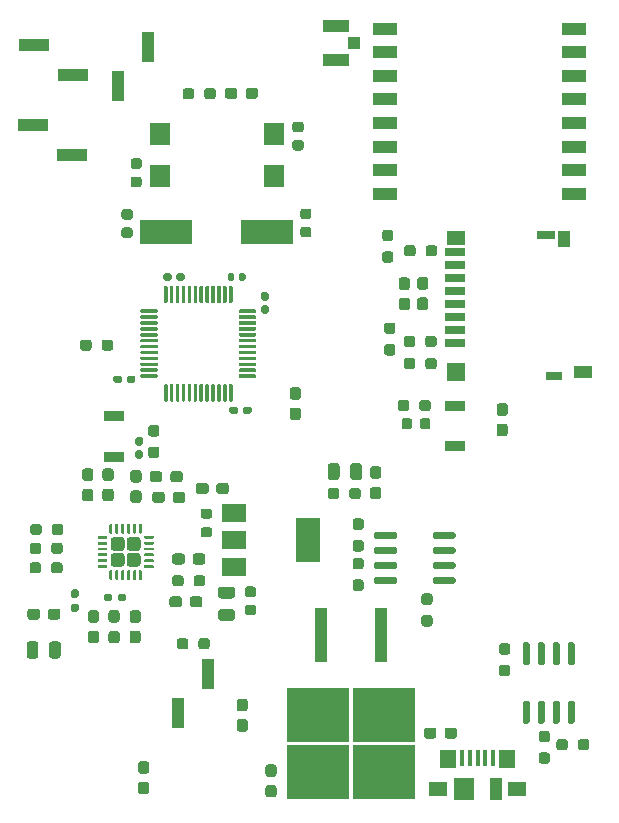
<source format=gbr>
%TF.GenerationSoftware,KiCad,Pcbnew,(5.1.8)-1*%
%TF.CreationDate,2021-07-02T09:13:15+03:00*%
%TF.ProjectId,CUSTOM stm32f103 DEVELOPMENT BOARD,43555354-4f4d-4207-9374-6d3332663130,rev?*%
%TF.SameCoordinates,Original*%
%TF.FileFunction,Paste,Top*%
%TF.FilePolarity,Positive*%
%FSLAX46Y46*%
G04 Gerber Fmt 4.6, Leading zero omitted, Abs format (unit mm)*
G04 Created by KiCad (PCBNEW (5.1.8)-1) date 2021-07-02 09:13:15*
%MOMM*%
%LPD*%
G01*
G04 APERTURE LIST*
%ADD10R,2.000000X1.000000*%
%ADD11R,0.450000X1.380000*%
%ADD12R,1.425000X1.550000*%
%ADD13R,1.650000X1.300000*%
%ADD14R,1.800000X1.900000*%
%ADD15R,1.000000X1.900000*%
%ADD16R,1.000000X2.510000*%
%ADD17R,1.750000X0.700000*%
%ADD18R,1.500000X1.300000*%
%ADD19R,1.500000X0.800000*%
%ADD20R,1.000000X1.450000*%
%ADD21R,1.400000X0.800000*%
%ADD22R,1.500000X1.500000*%
%ADD23R,1.550000X1.000000*%
%ADD24R,2.510000X1.000000*%
%ADD25R,1.700000X0.900000*%
%ADD26R,2.000000X3.800000*%
%ADD27R,2.000000X1.500000*%
%ADD28R,4.500000X2.000000*%
%ADD29R,2.200000X1.050000*%
%ADD30R,1.050000X1.000000*%
%ADD31R,1.100000X4.600000*%
%ADD32R,5.250000X4.550000*%
G04 APERTURE END LIST*
%TO.C,U4*%
G36*
G01*
X58685000Y-185980000D02*
X58385000Y-185980000D01*
G75*
G02*
X58235000Y-185830000I0J150000D01*
G01*
X58235000Y-184180000D01*
G75*
G02*
X58385000Y-184030000I150000J0D01*
G01*
X58685000Y-184030000D01*
G75*
G02*
X58835000Y-184180000I0J-150000D01*
G01*
X58835000Y-185830000D01*
G75*
G02*
X58685000Y-185980000I-150000J0D01*
G01*
G37*
G36*
G01*
X59955000Y-185980000D02*
X59655000Y-185980000D01*
G75*
G02*
X59505000Y-185830000I0J150000D01*
G01*
X59505000Y-184180000D01*
G75*
G02*
X59655000Y-184030000I150000J0D01*
G01*
X59955000Y-184030000D01*
G75*
G02*
X60105000Y-184180000I0J-150000D01*
G01*
X60105000Y-185830000D01*
G75*
G02*
X59955000Y-185980000I-150000J0D01*
G01*
G37*
G36*
G01*
X61225000Y-185980000D02*
X60925000Y-185980000D01*
G75*
G02*
X60775000Y-185830000I0J150000D01*
G01*
X60775000Y-184180000D01*
G75*
G02*
X60925000Y-184030000I150000J0D01*
G01*
X61225000Y-184030000D01*
G75*
G02*
X61375000Y-184180000I0J-150000D01*
G01*
X61375000Y-185830000D01*
G75*
G02*
X61225000Y-185980000I-150000J0D01*
G01*
G37*
G36*
G01*
X62495000Y-185980000D02*
X62195000Y-185980000D01*
G75*
G02*
X62045000Y-185830000I0J150000D01*
G01*
X62045000Y-184180000D01*
G75*
G02*
X62195000Y-184030000I150000J0D01*
G01*
X62495000Y-184030000D01*
G75*
G02*
X62645000Y-184180000I0J-150000D01*
G01*
X62645000Y-185830000D01*
G75*
G02*
X62495000Y-185980000I-150000J0D01*
G01*
G37*
G36*
G01*
X62495000Y-190930000D02*
X62195000Y-190930000D01*
G75*
G02*
X62045000Y-190780000I0J150000D01*
G01*
X62045000Y-189130000D01*
G75*
G02*
X62195000Y-188980000I150000J0D01*
G01*
X62495000Y-188980000D01*
G75*
G02*
X62645000Y-189130000I0J-150000D01*
G01*
X62645000Y-190780000D01*
G75*
G02*
X62495000Y-190930000I-150000J0D01*
G01*
G37*
G36*
G01*
X61225000Y-190930000D02*
X60925000Y-190930000D01*
G75*
G02*
X60775000Y-190780000I0J150000D01*
G01*
X60775000Y-189130000D01*
G75*
G02*
X60925000Y-188980000I150000J0D01*
G01*
X61225000Y-188980000D01*
G75*
G02*
X61375000Y-189130000I0J-150000D01*
G01*
X61375000Y-190780000D01*
G75*
G02*
X61225000Y-190930000I-150000J0D01*
G01*
G37*
G36*
G01*
X59955000Y-190930000D02*
X59655000Y-190930000D01*
G75*
G02*
X59505000Y-190780000I0J150000D01*
G01*
X59505000Y-189130000D01*
G75*
G02*
X59655000Y-188980000I150000J0D01*
G01*
X59955000Y-188980000D01*
G75*
G02*
X60105000Y-189130000I0J-150000D01*
G01*
X60105000Y-190780000D01*
G75*
G02*
X59955000Y-190930000I-150000J0D01*
G01*
G37*
G36*
G01*
X58685000Y-190930000D02*
X58385000Y-190930000D01*
G75*
G02*
X58235000Y-190780000I0J150000D01*
G01*
X58235000Y-189130000D01*
G75*
G02*
X58385000Y-188980000I150000J0D01*
G01*
X58685000Y-188980000D01*
G75*
G02*
X58835000Y-189130000I0J-150000D01*
G01*
X58835000Y-190780000D01*
G75*
G02*
X58685000Y-190930000I-150000J0D01*
G01*
G37*
%TD*%
%TO.C,U1*%
G36*
G01*
X33435000Y-153840000D02*
X33585000Y-153840000D01*
G75*
G02*
X33660000Y-153915000I0J-75000D01*
G01*
X33660000Y-155240000D01*
G75*
G02*
X33585000Y-155315000I-75000J0D01*
G01*
X33435000Y-155315000D01*
G75*
G02*
X33360000Y-155240000I0J75000D01*
G01*
X33360000Y-153915000D01*
G75*
G02*
X33435000Y-153840000I75000J0D01*
G01*
G37*
G36*
G01*
X32935000Y-153840000D02*
X33085000Y-153840000D01*
G75*
G02*
X33160000Y-153915000I0J-75000D01*
G01*
X33160000Y-155240000D01*
G75*
G02*
X33085000Y-155315000I-75000J0D01*
G01*
X32935000Y-155315000D01*
G75*
G02*
X32860000Y-155240000I0J75000D01*
G01*
X32860000Y-153915000D01*
G75*
G02*
X32935000Y-153840000I75000J0D01*
G01*
G37*
G36*
G01*
X32435000Y-153840000D02*
X32585000Y-153840000D01*
G75*
G02*
X32660000Y-153915000I0J-75000D01*
G01*
X32660000Y-155240000D01*
G75*
G02*
X32585000Y-155315000I-75000J0D01*
G01*
X32435000Y-155315000D01*
G75*
G02*
X32360000Y-155240000I0J75000D01*
G01*
X32360000Y-153915000D01*
G75*
G02*
X32435000Y-153840000I75000J0D01*
G01*
G37*
G36*
G01*
X31935000Y-153840000D02*
X32085000Y-153840000D01*
G75*
G02*
X32160000Y-153915000I0J-75000D01*
G01*
X32160000Y-155240000D01*
G75*
G02*
X32085000Y-155315000I-75000J0D01*
G01*
X31935000Y-155315000D01*
G75*
G02*
X31860000Y-155240000I0J75000D01*
G01*
X31860000Y-153915000D01*
G75*
G02*
X31935000Y-153840000I75000J0D01*
G01*
G37*
G36*
G01*
X31435000Y-153840000D02*
X31585000Y-153840000D01*
G75*
G02*
X31660000Y-153915000I0J-75000D01*
G01*
X31660000Y-155240000D01*
G75*
G02*
X31585000Y-155315000I-75000J0D01*
G01*
X31435000Y-155315000D01*
G75*
G02*
X31360000Y-155240000I0J75000D01*
G01*
X31360000Y-153915000D01*
G75*
G02*
X31435000Y-153840000I75000J0D01*
G01*
G37*
G36*
G01*
X30935000Y-153840000D02*
X31085000Y-153840000D01*
G75*
G02*
X31160000Y-153915000I0J-75000D01*
G01*
X31160000Y-155240000D01*
G75*
G02*
X31085000Y-155315000I-75000J0D01*
G01*
X30935000Y-155315000D01*
G75*
G02*
X30860000Y-155240000I0J75000D01*
G01*
X30860000Y-153915000D01*
G75*
G02*
X30935000Y-153840000I75000J0D01*
G01*
G37*
G36*
G01*
X30435000Y-153840000D02*
X30585000Y-153840000D01*
G75*
G02*
X30660000Y-153915000I0J-75000D01*
G01*
X30660000Y-155240000D01*
G75*
G02*
X30585000Y-155315000I-75000J0D01*
G01*
X30435000Y-155315000D01*
G75*
G02*
X30360000Y-155240000I0J75000D01*
G01*
X30360000Y-153915000D01*
G75*
G02*
X30435000Y-153840000I75000J0D01*
G01*
G37*
G36*
G01*
X29935000Y-153840000D02*
X30085000Y-153840000D01*
G75*
G02*
X30160000Y-153915000I0J-75000D01*
G01*
X30160000Y-155240000D01*
G75*
G02*
X30085000Y-155315000I-75000J0D01*
G01*
X29935000Y-155315000D01*
G75*
G02*
X29860000Y-155240000I0J75000D01*
G01*
X29860000Y-153915000D01*
G75*
G02*
X29935000Y-153840000I75000J0D01*
G01*
G37*
G36*
G01*
X29435000Y-153840000D02*
X29585000Y-153840000D01*
G75*
G02*
X29660000Y-153915000I0J-75000D01*
G01*
X29660000Y-155240000D01*
G75*
G02*
X29585000Y-155315000I-75000J0D01*
G01*
X29435000Y-155315000D01*
G75*
G02*
X29360000Y-155240000I0J75000D01*
G01*
X29360000Y-153915000D01*
G75*
G02*
X29435000Y-153840000I75000J0D01*
G01*
G37*
G36*
G01*
X28935000Y-153840000D02*
X29085000Y-153840000D01*
G75*
G02*
X29160000Y-153915000I0J-75000D01*
G01*
X29160000Y-155240000D01*
G75*
G02*
X29085000Y-155315000I-75000J0D01*
G01*
X28935000Y-155315000D01*
G75*
G02*
X28860000Y-155240000I0J75000D01*
G01*
X28860000Y-153915000D01*
G75*
G02*
X28935000Y-153840000I75000J0D01*
G01*
G37*
G36*
G01*
X28435000Y-153840000D02*
X28585000Y-153840000D01*
G75*
G02*
X28660000Y-153915000I0J-75000D01*
G01*
X28660000Y-155240000D01*
G75*
G02*
X28585000Y-155315000I-75000J0D01*
G01*
X28435000Y-155315000D01*
G75*
G02*
X28360000Y-155240000I0J75000D01*
G01*
X28360000Y-153915000D01*
G75*
G02*
X28435000Y-153840000I75000J0D01*
G01*
G37*
G36*
G01*
X27935000Y-153840000D02*
X28085000Y-153840000D01*
G75*
G02*
X28160000Y-153915000I0J-75000D01*
G01*
X28160000Y-155240000D01*
G75*
G02*
X28085000Y-155315000I-75000J0D01*
G01*
X27935000Y-155315000D01*
G75*
G02*
X27860000Y-155240000I0J75000D01*
G01*
X27860000Y-153915000D01*
G75*
G02*
X27935000Y-153840000I75000J0D01*
G01*
G37*
G36*
G01*
X25935000Y-155840000D02*
X27260000Y-155840000D01*
G75*
G02*
X27335000Y-155915000I0J-75000D01*
G01*
X27335000Y-156065000D01*
G75*
G02*
X27260000Y-156140000I-75000J0D01*
G01*
X25935000Y-156140000D01*
G75*
G02*
X25860000Y-156065000I0J75000D01*
G01*
X25860000Y-155915000D01*
G75*
G02*
X25935000Y-155840000I75000J0D01*
G01*
G37*
G36*
G01*
X25935000Y-156340000D02*
X27260000Y-156340000D01*
G75*
G02*
X27335000Y-156415000I0J-75000D01*
G01*
X27335000Y-156565000D01*
G75*
G02*
X27260000Y-156640000I-75000J0D01*
G01*
X25935000Y-156640000D01*
G75*
G02*
X25860000Y-156565000I0J75000D01*
G01*
X25860000Y-156415000D01*
G75*
G02*
X25935000Y-156340000I75000J0D01*
G01*
G37*
G36*
G01*
X25935000Y-156840000D02*
X27260000Y-156840000D01*
G75*
G02*
X27335000Y-156915000I0J-75000D01*
G01*
X27335000Y-157065000D01*
G75*
G02*
X27260000Y-157140000I-75000J0D01*
G01*
X25935000Y-157140000D01*
G75*
G02*
X25860000Y-157065000I0J75000D01*
G01*
X25860000Y-156915000D01*
G75*
G02*
X25935000Y-156840000I75000J0D01*
G01*
G37*
G36*
G01*
X25935000Y-157340000D02*
X27260000Y-157340000D01*
G75*
G02*
X27335000Y-157415000I0J-75000D01*
G01*
X27335000Y-157565000D01*
G75*
G02*
X27260000Y-157640000I-75000J0D01*
G01*
X25935000Y-157640000D01*
G75*
G02*
X25860000Y-157565000I0J75000D01*
G01*
X25860000Y-157415000D01*
G75*
G02*
X25935000Y-157340000I75000J0D01*
G01*
G37*
G36*
G01*
X25935000Y-157840000D02*
X27260000Y-157840000D01*
G75*
G02*
X27335000Y-157915000I0J-75000D01*
G01*
X27335000Y-158065000D01*
G75*
G02*
X27260000Y-158140000I-75000J0D01*
G01*
X25935000Y-158140000D01*
G75*
G02*
X25860000Y-158065000I0J75000D01*
G01*
X25860000Y-157915000D01*
G75*
G02*
X25935000Y-157840000I75000J0D01*
G01*
G37*
G36*
G01*
X25935000Y-158340000D02*
X27260000Y-158340000D01*
G75*
G02*
X27335000Y-158415000I0J-75000D01*
G01*
X27335000Y-158565000D01*
G75*
G02*
X27260000Y-158640000I-75000J0D01*
G01*
X25935000Y-158640000D01*
G75*
G02*
X25860000Y-158565000I0J75000D01*
G01*
X25860000Y-158415000D01*
G75*
G02*
X25935000Y-158340000I75000J0D01*
G01*
G37*
G36*
G01*
X25935000Y-158840000D02*
X27260000Y-158840000D01*
G75*
G02*
X27335000Y-158915000I0J-75000D01*
G01*
X27335000Y-159065000D01*
G75*
G02*
X27260000Y-159140000I-75000J0D01*
G01*
X25935000Y-159140000D01*
G75*
G02*
X25860000Y-159065000I0J75000D01*
G01*
X25860000Y-158915000D01*
G75*
G02*
X25935000Y-158840000I75000J0D01*
G01*
G37*
G36*
G01*
X25935000Y-159340000D02*
X27260000Y-159340000D01*
G75*
G02*
X27335000Y-159415000I0J-75000D01*
G01*
X27335000Y-159565000D01*
G75*
G02*
X27260000Y-159640000I-75000J0D01*
G01*
X25935000Y-159640000D01*
G75*
G02*
X25860000Y-159565000I0J75000D01*
G01*
X25860000Y-159415000D01*
G75*
G02*
X25935000Y-159340000I75000J0D01*
G01*
G37*
G36*
G01*
X25935000Y-159840000D02*
X27260000Y-159840000D01*
G75*
G02*
X27335000Y-159915000I0J-75000D01*
G01*
X27335000Y-160065000D01*
G75*
G02*
X27260000Y-160140000I-75000J0D01*
G01*
X25935000Y-160140000D01*
G75*
G02*
X25860000Y-160065000I0J75000D01*
G01*
X25860000Y-159915000D01*
G75*
G02*
X25935000Y-159840000I75000J0D01*
G01*
G37*
G36*
G01*
X25935000Y-160340000D02*
X27260000Y-160340000D01*
G75*
G02*
X27335000Y-160415000I0J-75000D01*
G01*
X27335000Y-160565000D01*
G75*
G02*
X27260000Y-160640000I-75000J0D01*
G01*
X25935000Y-160640000D01*
G75*
G02*
X25860000Y-160565000I0J75000D01*
G01*
X25860000Y-160415000D01*
G75*
G02*
X25935000Y-160340000I75000J0D01*
G01*
G37*
G36*
G01*
X25935000Y-160840000D02*
X27260000Y-160840000D01*
G75*
G02*
X27335000Y-160915000I0J-75000D01*
G01*
X27335000Y-161065000D01*
G75*
G02*
X27260000Y-161140000I-75000J0D01*
G01*
X25935000Y-161140000D01*
G75*
G02*
X25860000Y-161065000I0J75000D01*
G01*
X25860000Y-160915000D01*
G75*
G02*
X25935000Y-160840000I75000J0D01*
G01*
G37*
G36*
G01*
X25935000Y-161340000D02*
X27260000Y-161340000D01*
G75*
G02*
X27335000Y-161415000I0J-75000D01*
G01*
X27335000Y-161565000D01*
G75*
G02*
X27260000Y-161640000I-75000J0D01*
G01*
X25935000Y-161640000D01*
G75*
G02*
X25860000Y-161565000I0J75000D01*
G01*
X25860000Y-161415000D01*
G75*
G02*
X25935000Y-161340000I75000J0D01*
G01*
G37*
G36*
G01*
X27935000Y-162165000D02*
X28085000Y-162165000D01*
G75*
G02*
X28160000Y-162240000I0J-75000D01*
G01*
X28160000Y-163565000D01*
G75*
G02*
X28085000Y-163640000I-75000J0D01*
G01*
X27935000Y-163640000D01*
G75*
G02*
X27860000Y-163565000I0J75000D01*
G01*
X27860000Y-162240000D01*
G75*
G02*
X27935000Y-162165000I75000J0D01*
G01*
G37*
G36*
G01*
X28435000Y-162165000D02*
X28585000Y-162165000D01*
G75*
G02*
X28660000Y-162240000I0J-75000D01*
G01*
X28660000Y-163565000D01*
G75*
G02*
X28585000Y-163640000I-75000J0D01*
G01*
X28435000Y-163640000D01*
G75*
G02*
X28360000Y-163565000I0J75000D01*
G01*
X28360000Y-162240000D01*
G75*
G02*
X28435000Y-162165000I75000J0D01*
G01*
G37*
G36*
G01*
X28935000Y-162165000D02*
X29085000Y-162165000D01*
G75*
G02*
X29160000Y-162240000I0J-75000D01*
G01*
X29160000Y-163565000D01*
G75*
G02*
X29085000Y-163640000I-75000J0D01*
G01*
X28935000Y-163640000D01*
G75*
G02*
X28860000Y-163565000I0J75000D01*
G01*
X28860000Y-162240000D01*
G75*
G02*
X28935000Y-162165000I75000J0D01*
G01*
G37*
G36*
G01*
X29435000Y-162165000D02*
X29585000Y-162165000D01*
G75*
G02*
X29660000Y-162240000I0J-75000D01*
G01*
X29660000Y-163565000D01*
G75*
G02*
X29585000Y-163640000I-75000J0D01*
G01*
X29435000Y-163640000D01*
G75*
G02*
X29360000Y-163565000I0J75000D01*
G01*
X29360000Y-162240000D01*
G75*
G02*
X29435000Y-162165000I75000J0D01*
G01*
G37*
G36*
G01*
X29935000Y-162165000D02*
X30085000Y-162165000D01*
G75*
G02*
X30160000Y-162240000I0J-75000D01*
G01*
X30160000Y-163565000D01*
G75*
G02*
X30085000Y-163640000I-75000J0D01*
G01*
X29935000Y-163640000D01*
G75*
G02*
X29860000Y-163565000I0J75000D01*
G01*
X29860000Y-162240000D01*
G75*
G02*
X29935000Y-162165000I75000J0D01*
G01*
G37*
G36*
G01*
X30435000Y-162165000D02*
X30585000Y-162165000D01*
G75*
G02*
X30660000Y-162240000I0J-75000D01*
G01*
X30660000Y-163565000D01*
G75*
G02*
X30585000Y-163640000I-75000J0D01*
G01*
X30435000Y-163640000D01*
G75*
G02*
X30360000Y-163565000I0J75000D01*
G01*
X30360000Y-162240000D01*
G75*
G02*
X30435000Y-162165000I75000J0D01*
G01*
G37*
G36*
G01*
X30935000Y-162165000D02*
X31085000Y-162165000D01*
G75*
G02*
X31160000Y-162240000I0J-75000D01*
G01*
X31160000Y-163565000D01*
G75*
G02*
X31085000Y-163640000I-75000J0D01*
G01*
X30935000Y-163640000D01*
G75*
G02*
X30860000Y-163565000I0J75000D01*
G01*
X30860000Y-162240000D01*
G75*
G02*
X30935000Y-162165000I75000J0D01*
G01*
G37*
G36*
G01*
X31435000Y-162165000D02*
X31585000Y-162165000D01*
G75*
G02*
X31660000Y-162240000I0J-75000D01*
G01*
X31660000Y-163565000D01*
G75*
G02*
X31585000Y-163640000I-75000J0D01*
G01*
X31435000Y-163640000D01*
G75*
G02*
X31360000Y-163565000I0J75000D01*
G01*
X31360000Y-162240000D01*
G75*
G02*
X31435000Y-162165000I75000J0D01*
G01*
G37*
G36*
G01*
X31935000Y-162165000D02*
X32085000Y-162165000D01*
G75*
G02*
X32160000Y-162240000I0J-75000D01*
G01*
X32160000Y-163565000D01*
G75*
G02*
X32085000Y-163640000I-75000J0D01*
G01*
X31935000Y-163640000D01*
G75*
G02*
X31860000Y-163565000I0J75000D01*
G01*
X31860000Y-162240000D01*
G75*
G02*
X31935000Y-162165000I75000J0D01*
G01*
G37*
G36*
G01*
X32435000Y-162165000D02*
X32585000Y-162165000D01*
G75*
G02*
X32660000Y-162240000I0J-75000D01*
G01*
X32660000Y-163565000D01*
G75*
G02*
X32585000Y-163640000I-75000J0D01*
G01*
X32435000Y-163640000D01*
G75*
G02*
X32360000Y-163565000I0J75000D01*
G01*
X32360000Y-162240000D01*
G75*
G02*
X32435000Y-162165000I75000J0D01*
G01*
G37*
G36*
G01*
X32935000Y-162165000D02*
X33085000Y-162165000D01*
G75*
G02*
X33160000Y-162240000I0J-75000D01*
G01*
X33160000Y-163565000D01*
G75*
G02*
X33085000Y-163640000I-75000J0D01*
G01*
X32935000Y-163640000D01*
G75*
G02*
X32860000Y-163565000I0J75000D01*
G01*
X32860000Y-162240000D01*
G75*
G02*
X32935000Y-162165000I75000J0D01*
G01*
G37*
G36*
G01*
X33435000Y-162165000D02*
X33585000Y-162165000D01*
G75*
G02*
X33660000Y-162240000I0J-75000D01*
G01*
X33660000Y-163565000D01*
G75*
G02*
X33585000Y-163640000I-75000J0D01*
G01*
X33435000Y-163640000D01*
G75*
G02*
X33360000Y-163565000I0J75000D01*
G01*
X33360000Y-162240000D01*
G75*
G02*
X33435000Y-162165000I75000J0D01*
G01*
G37*
G36*
G01*
X34260000Y-161340000D02*
X35585000Y-161340000D01*
G75*
G02*
X35660000Y-161415000I0J-75000D01*
G01*
X35660000Y-161565000D01*
G75*
G02*
X35585000Y-161640000I-75000J0D01*
G01*
X34260000Y-161640000D01*
G75*
G02*
X34185000Y-161565000I0J75000D01*
G01*
X34185000Y-161415000D01*
G75*
G02*
X34260000Y-161340000I75000J0D01*
G01*
G37*
G36*
G01*
X34260000Y-160840000D02*
X35585000Y-160840000D01*
G75*
G02*
X35660000Y-160915000I0J-75000D01*
G01*
X35660000Y-161065000D01*
G75*
G02*
X35585000Y-161140000I-75000J0D01*
G01*
X34260000Y-161140000D01*
G75*
G02*
X34185000Y-161065000I0J75000D01*
G01*
X34185000Y-160915000D01*
G75*
G02*
X34260000Y-160840000I75000J0D01*
G01*
G37*
G36*
G01*
X34260000Y-160340000D02*
X35585000Y-160340000D01*
G75*
G02*
X35660000Y-160415000I0J-75000D01*
G01*
X35660000Y-160565000D01*
G75*
G02*
X35585000Y-160640000I-75000J0D01*
G01*
X34260000Y-160640000D01*
G75*
G02*
X34185000Y-160565000I0J75000D01*
G01*
X34185000Y-160415000D01*
G75*
G02*
X34260000Y-160340000I75000J0D01*
G01*
G37*
G36*
G01*
X34260000Y-159840000D02*
X35585000Y-159840000D01*
G75*
G02*
X35660000Y-159915000I0J-75000D01*
G01*
X35660000Y-160065000D01*
G75*
G02*
X35585000Y-160140000I-75000J0D01*
G01*
X34260000Y-160140000D01*
G75*
G02*
X34185000Y-160065000I0J75000D01*
G01*
X34185000Y-159915000D01*
G75*
G02*
X34260000Y-159840000I75000J0D01*
G01*
G37*
G36*
G01*
X34260000Y-159340000D02*
X35585000Y-159340000D01*
G75*
G02*
X35660000Y-159415000I0J-75000D01*
G01*
X35660000Y-159565000D01*
G75*
G02*
X35585000Y-159640000I-75000J0D01*
G01*
X34260000Y-159640000D01*
G75*
G02*
X34185000Y-159565000I0J75000D01*
G01*
X34185000Y-159415000D01*
G75*
G02*
X34260000Y-159340000I75000J0D01*
G01*
G37*
G36*
G01*
X34260000Y-158840000D02*
X35585000Y-158840000D01*
G75*
G02*
X35660000Y-158915000I0J-75000D01*
G01*
X35660000Y-159065000D01*
G75*
G02*
X35585000Y-159140000I-75000J0D01*
G01*
X34260000Y-159140000D01*
G75*
G02*
X34185000Y-159065000I0J75000D01*
G01*
X34185000Y-158915000D01*
G75*
G02*
X34260000Y-158840000I75000J0D01*
G01*
G37*
G36*
G01*
X34260000Y-158340000D02*
X35585000Y-158340000D01*
G75*
G02*
X35660000Y-158415000I0J-75000D01*
G01*
X35660000Y-158565000D01*
G75*
G02*
X35585000Y-158640000I-75000J0D01*
G01*
X34260000Y-158640000D01*
G75*
G02*
X34185000Y-158565000I0J75000D01*
G01*
X34185000Y-158415000D01*
G75*
G02*
X34260000Y-158340000I75000J0D01*
G01*
G37*
G36*
G01*
X34260000Y-157840000D02*
X35585000Y-157840000D01*
G75*
G02*
X35660000Y-157915000I0J-75000D01*
G01*
X35660000Y-158065000D01*
G75*
G02*
X35585000Y-158140000I-75000J0D01*
G01*
X34260000Y-158140000D01*
G75*
G02*
X34185000Y-158065000I0J75000D01*
G01*
X34185000Y-157915000D01*
G75*
G02*
X34260000Y-157840000I75000J0D01*
G01*
G37*
G36*
G01*
X34260000Y-157340000D02*
X35585000Y-157340000D01*
G75*
G02*
X35660000Y-157415000I0J-75000D01*
G01*
X35660000Y-157565000D01*
G75*
G02*
X35585000Y-157640000I-75000J0D01*
G01*
X34260000Y-157640000D01*
G75*
G02*
X34185000Y-157565000I0J75000D01*
G01*
X34185000Y-157415000D01*
G75*
G02*
X34260000Y-157340000I75000J0D01*
G01*
G37*
G36*
G01*
X34260000Y-156840000D02*
X35585000Y-156840000D01*
G75*
G02*
X35660000Y-156915000I0J-75000D01*
G01*
X35660000Y-157065000D01*
G75*
G02*
X35585000Y-157140000I-75000J0D01*
G01*
X34260000Y-157140000D01*
G75*
G02*
X34185000Y-157065000I0J75000D01*
G01*
X34185000Y-156915000D01*
G75*
G02*
X34260000Y-156840000I75000J0D01*
G01*
G37*
G36*
G01*
X34260000Y-156340000D02*
X35585000Y-156340000D01*
G75*
G02*
X35660000Y-156415000I0J-75000D01*
G01*
X35660000Y-156565000D01*
G75*
G02*
X35585000Y-156640000I-75000J0D01*
G01*
X34260000Y-156640000D01*
G75*
G02*
X34185000Y-156565000I0J75000D01*
G01*
X34185000Y-156415000D01*
G75*
G02*
X34260000Y-156340000I75000J0D01*
G01*
G37*
G36*
G01*
X34260000Y-155840000D02*
X35585000Y-155840000D01*
G75*
G02*
X35660000Y-155915000I0J-75000D01*
G01*
X35660000Y-156065000D01*
G75*
G02*
X35585000Y-156140000I-75000J0D01*
G01*
X34260000Y-156140000D01*
G75*
G02*
X34185000Y-156065000I0J75000D01*
G01*
X34185000Y-155915000D01*
G75*
G02*
X34260000Y-155840000I75000J0D01*
G01*
G37*
%TD*%
D10*
%TO.C,U6*%
X62530000Y-146060000D03*
X62530000Y-144060000D03*
X62530000Y-142060000D03*
X62530000Y-140060000D03*
X62530000Y-138060000D03*
X62530000Y-136060000D03*
X62530000Y-134060000D03*
X62530000Y-132060000D03*
X46530000Y-132060000D03*
X46530000Y-134060000D03*
X46530000Y-136060000D03*
X46530000Y-138060000D03*
X46530000Y-140060000D03*
X46530000Y-142060000D03*
X46530000Y-144060000D03*
X46530000Y-146060000D03*
%TD*%
%TO.C,C1*%
G36*
G01*
X40120000Y-148200000D02*
X39620000Y-148200000D01*
G75*
G02*
X39395000Y-147975000I0J225000D01*
G01*
X39395000Y-147525000D01*
G75*
G02*
X39620000Y-147300000I225000J0D01*
G01*
X40120000Y-147300000D01*
G75*
G02*
X40345000Y-147525000I0J-225000D01*
G01*
X40345000Y-147975000D01*
G75*
G02*
X40120000Y-148200000I-225000J0D01*
G01*
G37*
G36*
G01*
X40120000Y-149750000D02*
X39620000Y-149750000D01*
G75*
G02*
X39395000Y-149525000I0J225000D01*
G01*
X39395000Y-149075000D01*
G75*
G02*
X39620000Y-148850000I225000J0D01*
G01*
X40120000Y-148850000D01*
G75*
G02*
X40345000Y-149075000I0J-225000D01*
G01*
X40345000Y-149525000D01*
G75*
G02*
X40120000Y-149750000I-225000J0D01*
G01*
G37*
%TD*%
%TO.C,C2*%
G36*
G01*
X24980000Y-149800000D02*
X24480000Y-149800000D01*
G75*
G02*
X24255000Y-149575000I0J225000D01*
G01*
X24255000Y-149125000D01*
G75*
G02*
X24480000Y-148900000I225000J0D01*
G01*
X24980000Y-148900000D01*
G75*
G02*
X25205000Y-149125000I0J-225000D01*
G01*
X25205000Y-149575000D01*
G75*
G02*
X24980000Y-149800000I-225000J0D01*
G01*
G37*
G36*
G01*
X24980000Y-148250000D02*
X24480000Y-148250000D01*
G75*
G02*
X24255000Y-148025000I0J225000D01*
G01*
X24255000Y-147575000D01*
G75*
G02*
X24480000Y-147350000I225000J0D01*
G01*
X24980000Y-147350000D01*
G75*
G02*
X25205000Y-147575000I0J-225000D01*
G01*
X25205000Y-148025000D01*
G75*
G02*
X24980000Y-148250000I-225000J0D01*
G01*
G37*
%TD*%
%TO.C,C3*%
G36*
G01*
X38950000Y-139950000D02*
X39450000Y-139950000D01*
G75*
G02*
X39675000Y-140175000I0J-225000D01*
G01*
X39675000Y-140625000D01*
G75*
G02*
X39450000Y-140850000I-225000J0D01*
G01*
X38950000Y-140850000D01*
G75*
G02*
X38725000Y-140625000I0J225000D01*
G01*
X38725000Y-140175000D01*
G75*
G02*
X38950000Y-139950000I225000J0D01*
G01*
G37*
G36*
G01*
X38950000Y-141500000D02*
X39450000Y-141500000D01*
G75*
G02*
X39675000Y-141725000I0J-225000D01*
G01*
X39675000Y-142175000D01*
G75*
G02*
X39450000Y-142400000I-225000J0D01*
G01*
X38950000Y-142400000D01*
G75*
G02*
X38725000Y-142175000I0J225000D01*
G01*
X38725000Y-141725000D01*
G75*
G02*
X38950000Y-141500000I225000J0D01*
G01*
G37*
%TD*%
%TO.C,C4*%
G36*
G01*
X25250000Y-144600000D02*
X25750000Y-144600000D01*
G75*
G02*
X25975000Y-144825000I0J-225000D01*
G01*
X25975000Y-145275000D01*
G75*
G02*
X25750000Y-145500000I-225000J0D01*
G01*
X25250000Y-145500000D01*
G75*
G02*
X25025000Y-145275000I0J225000D01*
G01*
X25025000Y-144825000D01*
G75*
G02*
X25250000Y-144600000I225000J0D01*
G01*
G37*
G36*
G01*
X25250000Y-143050000D02*
X25750000Y-143050000D01*
G75*
G02*
X25975000Y-143275000I0J-225000D01*
G01*
X25975000Y-143725000D01*
G75*
G02*
X25750000Y-143950000I-225000J0D01*
G01*
X25250000Y-143950000D01*
G75*
G02*
X25025000Y-143725000I0J225000D01*
G01*
X25025000Y-143275000D01*
G75*
G02*
X25250000Y-143050000I225000J0D01*
G01*
G37*
%TD*%
%TO.C,C6*%
G36*
G01*
X48870000Y-165270000D02*
X48870000Y-165770000D01*
G75*
G02*
X48645000Y-165995000I-225000J0D01*
G01*
X48195000Y-165995000D01*
G75*
G02*
X47970000Y-165770000I0J225000D01*
G01*
X47970000Y-165270000D01*
G75*
G02*
X48195000Y-165045000I225000J0D01*
G01*
X48645000Y-165045000D01*
G75*
G02*
X48870000Y-165270000I0J-225000D01*
G01*
G37*
G36*
G01*
X50420000Y-165270000D02*
X50420000Y-165770000D01*
G75*
G02*
X50195000Y-165995000I-225000J0D01*
G01*
X49745000Y-165995000D01*
G75*
G02*
X49520000Y-165770000I0J225000D01*
G01*
X49520000Y-165270000D01*
G75*
G02*
X49745000Y-165045000I225000J0D01*
G01*
X50195000Y-165045000D01*
G75*
G02*
X50420000Y-165270000I0J-225000D01*
G01*
G37*
%TD*%
%TO.C,C7*%
G36*
G01*
X32675000Y-179325000D02*
X33625000Y-179325000D01*
G75*
G02*
X33875000Y-179575000I0J-250000D01*
G01*
X33875000Y-180075000D01*
G75*
G02*
X33625000Y-180325000I-250000J0D01*
G01*
X32675000Y-180325000D01*
G75*
G02*
X32425000Y-180075000I0J250000D01*
G01*
X32425000Y-179575000D01*
G75*
G02*
X32675000Y-179325000I250000J0D01*
G01*
G37*
G36*
G01*
X32675000Y-181225000D02*
X33625000Y-181225000D01*
G75*
G02*
X33875000Y-181475000I0J-250000D01*
G01*
X33875000Y-181975000D01*
G75*
G02*
X33625000Y-182225000I-250000J0D01*
G01*
X32675000Y-182225000D01*
G75*
G02*
X32425000Y-181975000I0J250000D01*
G01*
X32425000Y-181475000D01*
G75*
G02*
X32675000Y-181225000I250000J0D01*
G01*
G37*
%TD*%
%TO.C,C8*%
G36*
G01*
X34925000Y-179300000D02*
X35425000Y-179300000D01*
G75*
G02*
X35650000Y-179525000I0J-225000D01*
G01*
X35650000Y-179975000D01*
G75*
G02*
X35425000Y-180200000I-225000J0D01*
G01*
X34925000Y-180200000D01*
G75*
G02*
X34700000Y-179975000I0J225000D01*
G01*
X34700000Y-179525000D01*
G75*
G02*
X34925000Y-179300000I225000J0D01*
G01*
G37*
G36*
G01*
X34925000Y-180850000D02*
X35425000Y-180850000D01*
G75*
G02*
X35650000Y-181075000I0J-225000D01*
G01*
X35650000Y-181525000D01*
G75*
G02*
X35425000Y-181750000I-225000J0D01*
G01*
X34925000Y-181750000D01*
G75*
G02*
X34700000Y-181525000I0J225000D01*
G01*
X34700000Y-181075000D01*
G75*
G02*
X34925000Y-180850000I225000J0D01*
G01*
G37*
%TD*%
%TO.C,C9*%
G36*
G01*
X29635000Y-152945000D02*
X29635000Y-153255000D01*
G75*
G02*
X29480000Y-153410000I-155000J0D01*
G01*
X29055000Y-153410000D01*
G75*
G02*
X28900000Y-153255000I0J155000D01*
G01*
X28900000Y-152945000D01*
G75*
G02*
X29055000Y-152790000I155000J0D01*
G01*
X29480000Y-152790000D01*
G75*
G02*
X29635000Y-152945000I0J-155000D01*
G01*
G37*
G36*
G01*
X28500000Y-152945000D02*
X28500000Y-153255000D01*
G75*
G02*
X28345000Y-153410000I-155000J0D01*
G01*
X27920000Y-153410000D01*
G75*
G02*
X27765000Y-153255000I0J155000D01*
G01*
X27765000Y-152945000D01*
G75*
G02*
X27920000Y-152790000I155000J0D01*
G01*
X28345000Y-152790000D01*
G75*
G02*
X28500000Y-152945000I0J-155000D01*
G01*
G37*
%TD*%
%TO.C,C10*%
G36*
G01*
X32282180Y-171240460D02*
X32282180Y-170765460D01*
G75*
G02*
X32519680Y-170527960I237500J0D01*
G01*
X33119680Y-170527960D01*
G75*
G02*
X33357180Y-170765460I0J-237500D01*
G01*
X33357180Y-171240460D01*
G75*
G02*
X33119680Y-171477960I-237500J0D01*
G01*
X32519680Y-171477960D01*
G75*
G02*
X32282180Y-171240460I0J237500D01*
G01*
G37*
G36*
G01*
X30557180Y-171240460D02*
X30557180Y-170765460D01*
G75*
G02*
X30794680Y-170527960I237500J0D01*
G01*
X31394680Y-170527960D01*
G75*
G02*
X31632180Y-170765460I0J-237500D01*
G01*
X31632180Y-171240460D01*
G75*
G02*
X31394680Y-171477960I-237500J0D01*
G01*
X30794680Y-171477960D01*
G75*
G02*
X30557180Y-171240460I0J237500D01*
G01*
G37*
%TD*%
%TO.C,C12*%
G36*
G01*
X43625000Y-170050000D02*
X43625000Y-169100000D01*
G75*
G02*
X43875000Y-168850000I250000J0D01*
G01*
X44375000Y-168850000D01*
G75*
G02*
X44625000Y-169100000I0J-250000D01*
G01*
X44625000Y-170050000D01*
G75*
G02*
X44375000Y-170300000I-250000J0D01*
G01*
X43875000Y-170300000D01*
G75*
G02*
X43625000Y-170050000I0J250000D01*
G01*
G37*
G36*
G01*
X41725000Y-170050000D02*
X41725000Y-169100000D01*
G75*
G02*
X41975000Y-168850000I250000J0D01*
G01*
X42475000Y-168850000D01*
G75*
G02*
X42725000Y-169100000I0J-250000D01*
G01*
X42725000Y-170050000D01*
G75*
G02*
X42475000Y-170300000I-250000J0D01*
G01*
X41975000Y-170300000D01*
G75*
G02*
X41725000Y-170050000I0J250000D01*
G01*
G37*
%TD*%
%TO.C,C13*%
G36*
G01*
X36553200Y-156221900D02*
X36243200Y-156221900D01*
G75*
G02*
X36088200Y-156066900I0J155000D01*
G01*
X36088200Y-155641900D01*
G75*
G02*
X36243200Y-155486900I155000J0D01*
G01*
X36553200Y-155486900D01*
G75*
G02*
X36708200Y-155641900I0J-155000D01*
G01*
X36708200Y-156066900D01*
G75*
G02*
X36553200Y-156221900I-155000J0D01*
G01*
G37*
G36*
G01*
X36553200Y-155086900D02*
X36243200Y-155086900D01*
G75*
G02*
X36088200Y-154931900I0J155000D01*
G01*
X36088200Y-154506900D01*
G75*
G02*
X36243200Y-154351900I155000J0D01*
G01*
X36553200Y-154351900D01*
G75*
G02*
X36708200Y-154506900I0J-155000D01*
G01*
X36708200Y-154931900D01*
G75*
G02*
X36553200Y-155086900I-155000J0D01*
G01*
G37*
%TD*%
%TO.C,C14*%
G36*
G01*
X34532500Y-164535000D02*
X34532500Y-164225000D01*
G75*
G02*
X34687500Y-164070000I155000J0D01*
G01*
X35112500Y-164070000D01*
G75*
G02*
X35267500Y-164225000I0J-155000D01*
G01*
X35267500Y-164535000D01*
G75*
G02*
X35112500Y-164690000I-155000J0D01*
G01*
X34687500Y-164690000D01*
G75*
G02*
X34532500Y-164535000I0J155000D01*
G01*
G37*
G36*
G01*
X33397500Y-164535000D02*
X33397500Y-164225000D01*
G75*
G02*
X33552500Y-164070000I155000J0D01*
G01*
X33977500Y-164070000D01*
G75*
G02*
X34132500Y-164225000I0J-155000D01*
G01*
X34132500Y-164535000D01*
G75*
G02*
X33977500Y-164690000I-155000J0D01*
G01*
X33552500Y-164690000D01*
G75*
G02*
X33397500Y-164535000I0J155000D01*
G01*
G37*
%TD*%
%TO.C,C15*%
G36*
G01*
X19125000Y-184200000D02*
X19125000Y-185150000D01*
G75*
G02*
X18875000Y-185400000I-250000J0D01*
G01*
X18375000Y-185400000D01*
G75*
G02*
X18125000Y-185150000I0J250000D01*
G01*
X18125000Y-184200000D01*
G75*
G02*
X18375000Y-183950000I250000J0D01*
G01*
X18875000Y-183950000D01*
G75*
G02*
X19125000Y-184200000I0J-250000D01*
G01*
G37*
G36*
G01*
X17225000Y-184200000D02*
X17225000Y-185150000D01*
G75*
G02*
X16975000Y-185400000I-250000J0D01*
G01*
X16475000Y-185400000D01*
G75*
G02*
X16225000Y-185150000I0J250000D01*
G01*
X16225000Y-184200000D01*
G75*
G02*
X16475000Y-183950000I250000J0D01*
G01*
X16975000Y-183950000D01*
G75*
G02*
X17225000Y-184200000I0J-250000D01*
G01*
G37*
%TD*%
%TO.C,C16*%
G36*
G01*
X34242500Y-188802500D02*
X34717500Y-188802500D01*
G75*
G02*
X34955000Y-189040000I0J-237500D01*
G01*
X34955000Y-189640000D01*
G75*
G02*
X34717500Y-189877500I-237500J0D01*
G01*
X34242500Y-189877500D01*
G75*
G02*
X34005000Y-189640000I0J237500D01*
G01*
X34005000Y-189040000D01*
G75*
G02*
X34242500Y-188802500I237500J0D01*
G01*
G37*
G36*
G01*
X34242500Y-190527500D02*
X34717500Y-190527500D01*
G75*
G02*
X34955000Y-190765000I0J-237500D01*
G01*
X34955000Y-191365000D01*
G75*
G02*
X34717500Y-191602500I-237500J0D01*
G01*
X34242500Y-191602500D01*
G75*
G02*
X34005000Y-191365000I0J237500D01*
G01*
X34005000Y-190765000D01*
G75*
G02*
X34242500Y-190527500I237500J0D01*
G01*
G37*
%TD*%
%TO.C,C17*%
G36*
G01*
X17362500Y-181412500D02*
X17362500Y-181887500D01*
G75*
G02*
X17125000Y-182125000I-237500J0D01*
G01*
X16525000Y-182125000D01*
G75*
G02*
X16287500Y-181887500I0J237500D01*
G01*
X16287500Y-181412500D01*
G75*
G02*
X16525000Y-181175000I237500J0D01*
G01*
X17125000Y-181175000D01*
G75*
G02*
X17362500Y-181412500I0J-237500D01*
G01*
G37*
G36*
G01*
X19087500Y-181412500D02*
X19087500Y-181887500D01*
G75*
G02*
X18850000Y-182125000I-237500J0D01*
G01*
X18250000Y-182125000D01*
G75*
G02*
X18012500Y-181887500I0J237500D01*
G01*
X18012500Y-181412500D01*
G75*
G02*
X18250000Y-181175000I237500J0D01*
G01*
X18850000Y-181175000D01*
G75*
G02*
X19087500Y-181412500I0J-237500D01*
G01*
G37*
%TD*%
%TO.C,C18*%
G36*
G01*
X21637500Y-172100000D02*
X21162500Y-172100000D01*
G75*
G02*
X20925000Y-171862500I0J237500D01*
G01*
X20925000Y-171262500D01*
G75*
G02*
X21162500Y-171025000I237500J0D01*
G01*
X21637500Y-171025000D01*
G75*
G02*
X21875000Y-171262500I0J-237500D01*
G01*
X21875000Y-171862500D01*
G75*
G02*
X21637500Y-172100000I-237500J0D01*
G01*
G37*
G36*
G01*
X21637500Y-170375000D02*
X21162500Y-170375000D01*
G75*
G02*
X20925000Y-170137500I0J237500D01*
G01*
X20925000Y-169537500D01*
G75*
G02*
X21162500Y-169300000I237500J0D01*
G01*
X21637500Y-169300000D01*
G75*
G02*
X21875000Y-169537500I0J-237500D01*
G01*
X21875000Y-170137500D01*
G75*
G02*
X21637500Y-170375000I-237500J0D01*
G01*
G37*
%TD*%
%TO.C,C19*%
G36*
G01*
X23357500Y-172100000D02*
X22882500Y-172100000D01*
G75*
G02*
X22645000Y-171862500I0J237500D01*
G01*
X22645000Y-171262500D01*
G75*
G02*
X22882500Y-171025000I237500J0D01*
G01*
X23357500Y-171025000D01*
G75*
G02*
X23595000Y-171262500I0J-237500D01*
G01*
X23595000Y-171862500D01*
G75*
G02*
X23357500Y-172100000I-237500J0D01*
G01*
G37*
G36*
G01*
X23357500Y-170375000D02*
X22882500Y-170375000D01*
G75*
G02*
X22645000Y-170137500I0J237500D01*
G01*
X22645000Y-169537500D01*
G75*
G02*
X22882500Y-169300000I237500J0D01*
G01*
X23357500Y-169300000D01*
G75*
G02*
X23595000Y-169537500I0J-237500D01*
G01*
X23595000Y-170137500D01*
G75*
G02*
X23357500Y-170375000I-237500J0D01*
G01*
G37*
%TD*%
%TO.C,C20*%
G36*
G01*
X25717500Y-172240000D02*
X25242500Y-172240000D01*
G75*
G02*
X25005000Y-172002500I0J237500D01*
G01*
X25005000Y-171402500D01*
G75*
G02*
X25242500Y-171165000I237500J0D01*
G01*
X25717500Y-171165000D01*
G75*
G02*
X25955000Y-171402500I0J-237500D01*
G01*
X25955000Y-172002500D01*
G75*
G02*
X25717500Y-172240000I-237500J0D01*
G01*
G37*
G36*
G01*
X25717500Y-170515000D02*
X25242500Y-170515000D01*
G75*
G02*
X25005000Y-170277500I0J237500D01*
G01*
X25005000Y-169677500D01*
G75*
G02*
X25242500Y-169440000I237500J0D01*
G01*
X25717500Y-169440000D01*
G75*
G02*
X25955000Y-169677500I0J-237500D01*
G01*
X25955000Y-170277500D01*
G75*
G02*
X25717500Y-170515000I-237500J0D01*
G01*
G37*
%TD*%
%TO.C,C21*%
G36*
G01*
X27935000Y-171522500D02*
X27935000Y-171997500D01*
G75*
G02*
X27697500Y-172235000I-237500J0D01*
G01*
X27097500Y-172235000D01*
G75*
G02*
X26860000Y-171997500I0J237500D01*
G01*
X26860000Y-171522500D01*
G75*
G02*
X27097500Y-171285000I237500J0D01*
G01*
X27697500Y-171285000D01*
G75*
G02*
X27935000Y-171522500I0J-237500D01*
G01*
G37*
G36*
G01*
X29660000Y-171522500D02*
X29660000Y-171997500D01*
G75*
G02*
X29422500Y-172235000I-237500J0D01*
G01*
X28822500Y-172235000D01*
G75*
G02*
X28585000Y-171997500I0J237500D01*
G01*
X28585000Y-171522500D01*
G75*
G02*
X28822500Y-171285000I237500J0D01*
G01*
X29422500Y-171285000D01*
G75*
G02*
X29660000Y-171522500I0J-237500D01*
G01*
G37*
%TD*%
%TO.C,C22*%
G36*
G01*
X30037500Y-180837500D02*
X30037500Y-180362500D01*
G75*
G02*
X30275000Y-180125000I237500J0D01*
G01*
X30875000Y-180125000D01*
G75*
G02*
X31112500Y-180362500I0J-237500D01*
G01*
X31112500Y-180837500D01*
G75*
G02*
X30875000Y-181075000I-237500J0D01*
G01*
X30275000Y-181075000D01*
G75*
G02*
X30037500Y-180837500I0J237500D01*
G01*
G37*
G36*
G01*
X28312500Y-180837500D02*
X28312500Y-180362500D01*
G75*
G02*
X28550000Y-180125000I237500J0D01*
G01*
X29150000Y-180125000D01*
G75*
G02*
X29387500Y-180362500I0J-237500D01*
G01*
X29387500Y-180837500D01*
G75*
G02*
X29150000Y-181075000I-237500J0D01*
G01*
X28550000Y-181075000D01*
G75*
G02*
X28312500Y-180837500I0J237500D01*
G01*
G37*
%TD*%
%TO.C,C23*%
G36*
G01*
X48447500Y-154205000D02*
X47972500Y-154205000D01*
G75*
G02*
X47735000Y-153967500I0J237500D01*
G01*
X47735000Y-153367500D01*
G75*
G02*
X47972500Y-153130000I237500J0D01*
G01*
X48447500Y-153130000D01*
G75*
G02*
X48685000Y-153367500I0J-237500D01*
G01*
X48685000Y-153967500D01*
G75*
G02*
X48447500Y-154205000I-237500J0D01*
G01*
G37*
G36*
G01*
X48447500Y-155930000D02*
X47972500Y-155930000D01*
G75*
G02*
X47735000Y-155692500I0J237500D01*
G01*
X47735000Y-155092500D01*
G75*
G02*
X47972500Y-154855000I237500J0D01*
G01*
X48447500Y-154855000D01*
G75*
G02*
X48685000Y-155092500I0J-237500D01*
G01*
X48685000Y-155692500D01*
G75*
G02*
X48447500Y-155930000I-237500J0D01*
G01*
G37*
%TD*%
%TO.C,C24*%
G36*
G01*
X25657500Y-182385000D02*
X25182500Y-182385000D01*
G75*
G02*
X24945000Y-182147500I0J237500D01*
G01*
X24945000Y-181547500D01*
G75*
G02*
X25182500Y-181310000I237500J0D01*
G01*
X25657500Y-181310000D01*
G75*
G02*
X25895000Y-181547500I0J-237500D01*
G01*
X25895000Y-182147500D01*
G75*
G02*
X25657500Y-182385000I-237500J0D01*
G01*
G37*
G36*
G01*
X25657500Y-184110000D02*
X25182500Y-184110000D01*
G75*
G02*
X24945000Y-183872500I0J237500D01*
G01*
X24945000Y-183272500D01*
G75*
G02*
X25182500Y-183035000I237500J0D01*
G01*
X25657500Y-183035000D01*
G75*
G02*
X25895000Y-183272500I0J-237500D01*
G01*
X25895000Y-183872500D01*
G75*
G02*
X25657500Y-184110000I-237500J0D01*
G01*
G37*
%TD*%
%TO.C,C25*%
G36*
G01*
X49987500Y-155900000D02*
X49512500Y-155900000D01*
G75*
G02*
X49275000Y-155662500I0J237500D01*
G01*
X49275000Y-155062500D01*
G75*
G02*
X49512500Y-154825000I237500J0D01*
G01*
X49987500Y-154825000D01*
G75*
G02*
X50225000Y-155062500I0J-237500D01*
G01*
X50225000Y-155662500D01*
G75*
G02*
X49987500Y-155900000I-237500J0D01*
G01*
G37*
G36*
G01*
X49987500Y-154175000D02*
X49512500Y-154175000D01*
G75*
G02*
X49275000Y-153937500I0J237500D01*
G01*
X49275000Y-153337500D01*
G75*
G02*
X49512500Y-153100000I237500J0D01*
G01*
X49987500Y-153100000D01*
G75*
G02*
X50225000Y-153337500I0J-237500D01*
G01*
X50225000Y-153937500D01*
G75*
G02*
X49987500Y-154175000I-237500J0D01*
G01*
G37*
%TD*%
%TO.C,C26*%
G36*
G01*
X31350000Y-176737500D02*
X31350000Y-177212500D01*
G75*
G02*
X31112500Y-177450000I-237500J0D01*
G01*
X30512500Y-177450000D01*
G75*
G02*
X30275000Y-177212500I0J237500D01*
G01*
X30275000Y-176737500D01*
G75*
G02*
X30512500Y-176500000I237500J0D01*
G01*
X31112500Y-176500000D01*
G75*
G02*
X31350000Y-176737500I0J-237500D01*
G01*
G37*
G36*
G01*
X29625000Y-176737500D02*
X29625000Y-177212500D01*
G75*
G02*
X29387500Y-177450000I-237500J0D01*
G01*
X28787500Y-177450000D01*
G75*
G02*
X28550000Y-177212500I0J237500D01*
G01*
X28550000Y-176737500D01*
G75*
G02*
X28787500Y-176500000I237500J0D01*
G01*
X29387500Y-176500000D01*
G75*
G02*
X29625000Y-176737500I0J-237500D01*
G01*
G37*
%TD*%
%TO.C,C28*%
G36*
G01*
X56252500Y-163787500D02*
X56727500Y-163787500D01*
G75*
G02*
X56965000Y-164025000I0J-237500D01*
G01*
X56965000Y-164625000D01*
G75*
G02*
X56727500Y-164862500I-237500J0D01*
G01*
X56252500Y-164862500D01*
G75*
G02*
X56015000Y-164625000I0J237500D01*
G01*
X56015000Y-164025000D01*
G75*
G02*
X56252500Y-163787500I237500J0D01*
G01*
G37*
G36*
G01*
X56252500Y-165512500D02*
X56727500Y-165512500D01*
G75*
G02*
X56965000Y-165750000I0J-237500D01*
G01*
X56965000Y-166350000D01*
G75*
G02*
X56727500Y-166587500I-237500J0D01*
G01*
X56252500Y-166587500D01*
G75*
G02*
X56015000Y-166350000I0J237500D01*
G01*
X56015000Y-165750000D01*
G75*
G02*
X56252500Y-165512500I237500J0D01*
G01*
G37*
%TD*%
%TO.C,D1*%
G36*
G01*
X49875000Y-191957500D02*
X49875000Y-191482500D01*
G75*
G02*
X50112500Y-191245000I237500J0D01*
G01*
X50687500Y-191245000D01*
G75*
G02*
X50925000Y-191482500I0J-237500D01*
G01*
X50925000Y-191957500D01*
G75*
G02*
X50687500Y-192195000I-237500J0D01*
G01*
X50112500Y-192195000D01*
G75*
G02*
X49875000Y-191957500I0J237500D01*
G01*
G37*
G36*
G01*
X51625000Y-191957500D02*
X51625000Y-191482500D01*
G75*
G02*
X51862500Y-191245000I237500J0D01*
G01*
X52437500Y-191245000D01*
G75*
G02*
X52675000Y-191482500I0J-237500D01*
G01*
X52675000Y-191957500D01*
G75*
G02*
X52437500Y-192195000I-237500J0D01*
G01*
X51862500Y-192195000D01*
G75*
G02*
X51625000Y-191957500I0J237500D01*
G01*
G37*
%TD*%
%TO.C,POWER*%
G36*
G01*
X45532500Y-170875000D02*
X46007500Y-170875000D01*
G75*
G02*
X46245000Y-171112500I0J-237500D01*
G01*
X46245000Y-171687500D01*
G75*
G02*
X46007500Y-171925000I-237500J0D01*
G01*
X45532500Y-171925000D01*
G75*
G02*
X45295000Y-171687500I0J237500D01*
G01*
X45295000Y-171112500D01*
G75*
G02*
X45532500Y-170875000I237500J0D01*
G01*
G37*
G36*
G01*
X45532500Y-169125000D02*
X46007500Y-169125000D01*
G75*
G02*
X46245000Y-169362500I0J-237500D01*
G01*
X46245000Y-169937500D01*
G75*
G02*
X46007500Y-170175000I-237500J0D01*
G01*
X45532500Y-170175000D01*
G75*
G02*
X45295000Y-169937500I0J237500D01*
G01*
X45295000Y-169362500D01*
G75*
G02*
X45532500Y-169125000I237500J0D01*
G01*
G37*
%TD*%
%TO.C,ON BOARD LED*%
G36*
G01*
X34067000Y-137313660D02*
X34067000Y-137788660D01*
G75*
G02*
X33829500Y-138026160I-237500J0D01*
G01*
X33254500Y-138026160D01*
G75*
G02*
X33017000Y-137788660I0J237500D01*
G01*
X33017000Y-137313660D01*
G75*
G02*
X33254500Y-137076160I237500J0D01*
G01*
X33829500Y-137076160D01*
G75*
G02*
X34067000Y-137313660I0J-237500D01*
G01*
G37*
G36*
G01*
X35817000Y-137313660D02*
X35817000Y-137788660D01*
G75*
G02*
X35579500Y-138026160I-237500J0D01*
G01*
X35004500Y-138026160D01*
G75*
G02*
X34767000Y-137788660I0J237500D01*
G01*
X34767000Y-137313660D01*
G75*
G02*
X35004500Y-137076160I237500J0D01*
G01*
X35579500Y-137076160D01*
G75*
G02*
X35817000Y-137313660I0J-237500D01*
G01*
G37*
%TD*%
%TO.C,D4*%
G36*
G01*
X21652500Y-181310000D02*
X22127500Y-181310000D01*
G75*
G02*
X22365000Y-181547500I0J-237500D01*
G01*
X22365000Y-182122500D01*
G75*
G02*
X22127500Y-182360000I-237500J0D01*
G01*
X21652500Y-182360000D01*
G75*
G02*
X21415000Y-182122500I0J237500D01*
G01*
X21415000Y-181547500D01*
G75*
G02*
X21652500Y-181310000I237500J0D01*
G01*
G37*
G36*
G01*
X21652500Y-183060000D02*
X22127500Y-183060000D01*
G75*
G02*
X22365000Y-183297500I0J-237500D01*
G01*
X22365000Y-183872500D01*
G75*
G02*
X22127500Y-184110000I-237500J0D01*
G01*
X21652500Y-184110000D01*
G75*
G02*
X21415000Y-183872500I0J237500D01*
G01*
X21415000Y-183297500D01*
G75*
G02*
X21652500Y-183060000I237500J0D01*
G01*
G37*
%TD*%
%TO.C,D5*%
G36*
G01*
X23392500Y-183055000D02*
X23867500Y-183055000D01*
G75*
G02*
X24105000Y-183292500I0J-237500D01*
G01*
X24105000Y-183867500D01*
G75*
G02*
X23867500Y-184105000I-237500J0D01*
G01*
X23392500Y-184105000D01*
G75*
G02*
X23155000Y-183867500I0J237500D01*
G01*
X23155000Y-183292500D01*
G75*
G02*
X23392500Y-183055000I237500J0D01*
G01*
G37*
G36*
G01*
X23392500Y-181305000D02*
X23867500Y-181305000D01*
G75*
G02*
X24105000Y-181542500I0J-237500D01*
G01*
X24105000Y-182117500D01*
G75*
G02*
X23867500Y-182355000I-237500J0D01*
G01*
X23392500Y-182355000D01*
G75*
G02*
X23155000Y-182117500I0J237500D01*
G01*
X23155000Y-181542500D01*
G75*
G02*
X23392500Y-181305000I237500J0D01*
G01*
G37*
%TD*%
%TO.C,D6*%
G36*
G01*
X31706250Y-175150000D02*
X31193750Y-175150000D01*
G75*
G02*
X30975000Y-174931250I0J218750D01*
G01*
X30975000Y-174493750D01*
G75*
G02*
X31193750Y-174275000I218750J0D01*
G01*
X31706250Y-174275000D01*
G75*
G02*
X31925000Y-174493750I0J-218750D01*
G01*
X31925000Y-174931250D01*
G75*
G02*
X31706250Y-175150000I-218750J0D01*
G01*
G37*
G36*
G01*
X31706250Y-173575000D02*
X31193750Y-173575000D01*
G75*
G02*
X30975000Y-173356250I0J218750D01*
G01*
X30975000Y-172918750D01*
G75*
G02*
X31193750Y-172700000I218750J0D01*
G01*
X31706250Y-172700000D01*
G75*
G02*
X31925000Y-172918750I0J-218750D01*
G01*
X31925000Y-173356250D01*
G75*
G02*
X31706250Y-173575000I-218750J0D01*
G01*
G37*
%TD*%
%TO.C,D7*%
G36*
G01*
X25892500Y-194095000D02*
X26367500Y-194095000D01*
G75*
G02*
X26605000Y-194332500I0J-237500D01*
G01*
X26605000Y-194907500D01*
G75*
G02*
X26367500Y-195145000I-237500J0D01*
G01*
X25892500Y-195145000D01*
G75*
G02*
X25655000Y-194907500I0J237500D01*
G01*
X25655000Y-194332500D01*
G75*
G02*
X25892500Y-194095000I237500J0D01*
G01*
G37*
G36*
G01*
X25892500Y-195845000D02*
X26367500Y-195845000D01*
G75*
G02*
X26605000Y-196082500I0J-237500D01*
G01*
X26605000Y-196657500D01*
G75*
G02*
X26367500Y-196895000I-237500J0D01*
G01*
X25892500Y-196895000D01*
G75*
G02*
X25655000Y-196657500I0J237500D01*
G01*
X25655000Y-196082500D01*
G75*
G02*
X25892500Y-195845000I237500J0D01*
G01*
G37*
%TD*%
%TO.C,D8*%
G36*
G01*
X37157500Y-197165000D02*
X36682500Y-197165000D01*
G75*
G02*
X36445000Y-196927500I0J237500D01*
G01*
X36445000Y-196352500D01*
G75*
G02*
X36682500Y-196115000I237500J0D01*
G01*
X37157500Y-196115000D01*
G75*
G02*
X37395000Y-196352500I0J-237500D01*
G01*
X37395000Y-196927500D01*
G75*
G02*
X37157500Y-197165000I-237500J0D01*
G01*
G37*
G36*
G01*
X37157500Y-195415000D02*
X36682500Y-195415000D01*
G75*
G02*
X36445000Y-195177500I0J237500D01*
G01*
X36445000Y-194602500D01*
G75*
G02*
X36682500Y-194365000I237500J0D01*
G01*
X37157500Y-194365000D01*
G75*
G02*
X37395000Y-194602500I0J-237500D01*
G01*
X37395000Y-195177500D01*
G75*
G02*
X37157500Y-195415000I-237500J0D01*
G01*
G37*
%TD*%
D11*
%TO.C,J1*%
X53100000Y-193820000D03*
X53750000Y-193820000D03*
X54400000Y-193820000D03*
X55050000Y-193820000D03*
X55700000Y-193820000D03*
D12*
X51912500Y-193905000D03*
X56887500Y-193905000D03*
D13*
X51025000Y-196480000D03*
X57775000Y-196480000D03*
D14*
X53250000Y-196480000D03*
D15*
X55950000Y-196480000D03*
%TD*%
D16*
%TO.C,J3*%
X31600000Y-186700000D03*
X29060000Y-190010000D03*
%TD*%
D17*
%TO.C,J4*%
X52495960Y-151009360D03*
D18*
X52620960Y-149809360D03*
D19*
X60220960Y-149559360D03*
D20*
X61720960Y-149884360D03*
D21*
X60870960Y-161509360D03*
D17*
X52495960Y-152109360D03*
X52495960Y-153209360D03*
X52495960Y-154309360D03*
X52495960Y-155409360D03*
X52495960Y-156509360D03*
X52495960Y-157609360D03*
X52495960Y-158709360D03*
D22*
X52620960Y-161159360D03*
D23*
X63295960Y-161109360D03*
%TD*%
D16*
%TO.C,J9*%
X26520000Y-133625000D03*
X23980000Y-136935000D03*
%TD*%
D24*
%TO.C,J10*%
X20165000Y-135990000D03*
X16855000Y-133450000D03*
%TD*%
%TO.C,J11*%
X16785000Y-140270000D03*
X20095000Y-142810000D03*
%TD*%
%TO.C,L1*%
G36*
G01*
X26650000Y-170237500D02*
X26650000Y-169762500D01*
G75*
G02*
X26887500Y-169525000I237500J0D01*
G01*
X27462500Y-169525000D01*
G75*
G02*
X27700000Y-169762500I0J-237500D01*
G01*
X27700000Y-170237500D01*
G75*
G02*
X27462500Y-170475000I-237500J0D01*
G01*
X26887500Y-170475000D01*
G75*
G02*
X26650000Y-170237500I0J237500D01*
G01*
G37*
G36*
G01*
X28400000Y-170237500D02*
X28400000Y-169762500D01*
G75*
G02*
X28637500Y-169525000I237500J0D01*
G01*
X29212500Y-169525000D01*
G75*
G02*
X29450000Y-169762500I0J-237500D01*
G01*
X29450000Y-170237500D01*
G75*
G02*
X29212500Y-170475000I-237500J0D01*
G01*
X28637500Y-170475000D01*
G75*
G02*
X28400000Y-170237500I0J237500D01*
G01*
G37*
%TD*%
%TO.C,R1*%
G36*
G01*
X20750700Y-159114500D02*
X20750700Y-158639500D01*
G75*
G02*
X20988200Y-158402000I237500J0D01*
G01*
X21488200Y-158402000D01*
G75*
G02*
X21725700Y-158639500I0J-237500D01*
G01*
X21725700Y-159114500D01*
G75*
G02*
X21488200Y-159352000I-237500J0D01*
G01*
X20988200Y-159352000D01*
G75*
G02*
X20750700Y-159114500I0J237500D01*
G01*
G37*
G36*
G01*
X22575700Y-159114500D02*
X22575700Y-158639500D01*
G75*
G02*
X22813200Y-158402000I237500J0D01*
G01*
X23313200Y-158402000D01*
G75*
G02*
X23550700Y-158639500I0J-237500D01*
G01*
X23550700Y-159114500D01*
G75*
G02*
X23313200Y-159352000I-237500J0D01*
G01*
X22813200Y-159352000D01*
G75*
G02*
X22575700Y-159114500I0J237500D01*
G01*
G37*
%TD*%
%TO.C,R2*%
G36*
G01*
X47652500Y-164217500D02*
X47652500Y-163742500D01*
G75*
G02*
X47890000Y-163505000I237500J0D01*
G01*
X48390000Y-163505000D01*
G75*
G02*
X48627500Y-163742500I0J-237500D01*
G01*
X48627500Y-164217500D01*
G75*
G02*
X48390000Y-164455000I-237500J0D01*
G01*
X47890000Y-164455000D01*
G75*
G02*
X47652500Y-164217500I0J237500D01*
G01*
G37*
G36*
G01*
X49477500Y-164217500D02*
X49477500Y-163742500D01*
G75*
G02*
X49715000Y-163505000I237500J0D01*
G01*
X50215000Y-163505000D01*
G75*
G02*
X50452500Y-163742500I0J-237500D01*
G01*
X50452500Y-164217500D01*
G75*
G02*
X50215000Y-164455000I-237500J0D01*
G01*
X49715000Y-164455000D01*
G75*
G02*
X49477500Y-164217500I0J237500D01*
G01*
G37*
%TD*%
%TO.C,R3*%
G36*
G01*
X27222460Y-166605400D02*
X26747460Y-166605400D01*
G75*
G02*
X26509960Y-166367900I0J237500D01*
G01*
X26509960Y-165867900D01*
G75*
G02*
X26747460Y-165630400I237500J0D01*
G01*
X27222460Y-165630400D01*
G75*
G02*
X27459960Y-165867900I0J-237500D01*
G01*
X27459960Y-166367900D01*
G75*
G02*
X27222460Y-166605400I-237500J0D01*
G01*
G37*
G36*
G01*
X27222460Y-168430400D02*
X26747460Y-168430400D01*
G75*
G02*
X26509960Y-168192900I0J237500D01*
G01*
X26509960Y-167692900D01*
G75*
G02*
X26747460Y-167455400I237500J0D01*
G01*
X27222460Y-167455400D01*
G75*
G02*
X27459960Y-167692900I0J-237500D01*
G01*
X27459960Y-168192900D01*
G75*
G02*
X27222460Y-168430400I-237500J0D01*
G01*
G37*
%TD*%
%TO.C,R4*%
G36*
G01*
X42697500Y-171192500D02*
X42697500Y-171667500D01*
G75*
G02*
X42460000Y-171905000I-237500J0D01*
G01*
X41960000Y-171905000D01*
G75*
G02*
X41722500Y-171667500I0J237500D01*
G01*
X41722500Y-171192500D01*
G75*
G02*
X41960000Y-170955000I237500J0D01*
G01*
X42460000Y-170955000D01*
G75*
G02*
X42697500Y-171192500I0J-237500D01*
G01*
G37*
G36*
G01*
X44522500Y-171192500D02*
X44522500Y-171667500D01*
G75*
G02*
X44285000Y-171905000I-237500J0D01*
G01*
X43785000Y-171905000D01*
G75*
G02*
X43547500Y-171667500I0J237500D01*
G01*
X43547500Y-171192500D01*
G75*
G02*
X43785000Y-170955000I237500J0D01*
G01*
X44285000Y-170955000D01*
G75*
G02*
X44522500Y-171192500I0J-237500D01*
G01*
G37*
%TD*%
%TO.C,R5*%
G36*
G01*
X32240680Y-137349220D02*
X32240680Y-137824220D01*
G75*
G02*
X32003180Y-138061720I-237500J0D01*
G01*
X31503180Y-138061720D01*
G75*
G02*
X31265680Y-137824220I0J237500D01*
G01*
X31265680Y-137349220D01*
G75*
G02*
X31503180Y-137111720I237500J0D01*
G01*
X32003180Y-137111720D01*
G75*
G02*
X32240680Y-137349220I0J-237500D01*
G01*
G37*
G36*
G01*
X30415680Y-137349220D02*
X30415680Y-137824220D01*
G75*
G02*
X30178180Y-138061720I-237500J0D01*
G01*
X29678180Y-138061720D01*
G75*
G02*
X29440680Y-137824220I0J237500D01*
G01*
X29440680Y-137349220D01*
G75*
G02*
X29678180Y-137111720I237500J0D01*
G01*
X30178180Y-137111720D01*
G75*
G02*
X30415680Y-137349220I0J-237500D01*
G01*
G37*
%TD*%
%TO.C,R6*%
G36*
G01*
X16537500Y-174712500D02*
X16537500Y-174237500D01*
G75*
G02*
X16775000Y-174000000I237500J0D01*
G01*
X17275000Y-174000000D01*
G75*
G02*
X17512500Y-174237500I0J-237500D01*
G01*
X17512500Y-174712500D01*
G75*
G02*
X17275000Y-174950000I-237500J0D01*
G01*
X16775000Y-174950000D01*
G75*
G02*
X16537500Y-174712500I0J237500D01*
G01*
G37*
G36*
G01*
X18362500Y-174712500D02*
X18362500Y-174237500D01*
G75*
G02*
X18600000Y-174000000I237500J0D01*
G01*
X19100000Y-174000000D01*
G75*
G02*
X19337500Y-174237500I0J-237500D01*
G01*
X19337500Y-174712500D01*
G75*
G02*
X19100000Y-174950000I-237500J0D01*
G01*
X18600000Y-174950000D01*
G75*
G02*
X18362500Y-174712500I0J237500D01*
G01*
G37*
%TD*%
%TO.C,R7*%
G36*
G01*
X17462500Y-175837500D02*
X17462500Y-176312500D01*
G75*
G02*
X17225000Y-176550000I-237500J0D01*
G01*
X16725000Y-176550000D01*
G75*
G02*
X16487500Y-176312500I0J237500D01*
G01*
X16487500Y-175837500D01*
G75*
G02*
X16725000Y-175600000I237500J0D01*
G01*
X17225000Y-175600000D01*
G75*
G02*
X17462500Y-175837500I0J-237500D01*
G01*
G37*
G36*
G01*
X19287500Y-175837500D02*
X19287500Y-176312500D01*
G75*
G02*
X19050000Y-176550000I-237500J0D01*
G01*
X18550000Y-176550000D01*
G75*
G02*
X18312500Y-176312500I0J237500D01*
G01*
X18312500Y-175837500D01*
G75*
G02*
X18550000Y-175600000I237500J0D01*
G01*
X19050000Y-175600000D01*
G75*
G02*
X19287500Y-175837500I0J-237500D01*
G01*
G37*
%TD*%
%TO.C,R8*%
G36*
G01*
X47207500Y-157927500D02*
X46732500Y-157927500D01*
G75*
G02*
X46495000Y-157690000I0J237500D01*
G01*
X46495000Y-157190000D01*
G75*
G02*
X46732500Y-156952500I237500J0D01*
G01*
X47207500Y-156952500D01*
G75*
G02*
X47445000Y-157190000I0J-237500D01*
G01*
X47445000Y-157690000D01*
G75*
G02*
X47207500Y-157927500I-237500J0D01*
G01*
G37*
G36*
G01*
X47207500Y-159752500D02*
X46732500Y-159752500D01*
G75*
G02*
X46495000Y-159515000I0J237500D01*
G01*
X46495000Y-159015000D01*
G75*
G02*
X46732500Y-158777500I237500J0D01*
G01*
X47207500Y-158777500D01*
G75*
G02*
X47445000Y-159015000I0J-237500D01*
G01*
X47445000Y-159515000D01*
G75*
G02*
X47207500Y-159752500I-237500J0D01*
G01*
G37*
%TD*%
%TO.C,R9*%
G36*
G01*
X30375000Y-179062500D02*
X30375000Y-178587500D01*
G75*
G02*
X30612500Y-178350000I237500J0D01*
G01*
X31112500Y-178350000D01*
G75*
G02*
X31350000Y-178587500I0J-237500D01*
G01*
X31350000Y-179062500D01*
G75*
G02*
X31112500Y-179300000I-237500J0D01*
G01*
X30612500Y-179300000D01*
G75*
G02*
X30375000Y-179062500I0J237500D01*
G01*
G37*
G36*
G01*
X28550000Y-179062500D02*
X28550000Y-178587500D01*
G75*
G02*
X28787500Y-178350000I237500J0D01*
G01*
X29287500Y-178350000D01*
G75*
G02*
X29525000Y-178587500I0J-237500D01*
G01*
X29525000Y-179062500D01*
G75*
G02*
X29287500Y-179300000I-237500J0D01*
G01*
X28787500Y-179300000D01*
G75*
G02*
X28550000Y-179062500I0J237500D01*
G01*
G37*
%TD*%
%TO.C,R10*%
G36*
G01*
X46562500Y-150925000D02*
X47037500Y-150925000D01*
G75*
G02*
X47275000Y-151162500I0J-237500D01*
G01*
X47275000Y-151662500D01*
G75*
G02*
X47037500Y-151900000I-237500J0D01*
G01*
X46562500Y-151900000D01*
G75*
G02*
X46325000Y-151662500I0J237500D01*
G01*
X46325000Y-151162500D01*
G75*
G02*
X46562500Y-150925000I237500J0D01*
G01*
G37*
G36*
G01*
X46562500Y-149100000D02*
X47037500Y-149100000D01*
G75*
G02*
X47275000Y-149337500I0J-237500D01*
G01*
X47275000Y-149837500D01*
G75*
G02*
X47037500Y-150075000I-237500J0D01*
G01*
X46562500Y-150075000D01*
G75*
G02*
X46325000Y-149837500I0J237500D01*
G01*
X46325000Y-149337500D01*
G75*
G02*
X46562500Y-149100000I237500J0D01*
G01*
G37*
%TD*%
%TO.C,R11*%
G36*
G01*
X50955400Y-160193980D02*
X50955400Y-160668980D01*
G75*
G02*
X50717900Y-160906480I-237500J0D01*
G01*
X50217900Y-160906480D01*
G75*
G02*
X49980400Y-160668980I0J237500D01*
G01*
X49980400Y-160193980D01*
G75*
G02*
X50217900Y-159956480I237500J0D01*
G01*
X50717900Y-159956480D01*
G75*
G02*
X50955400Y-160193980I0J-237500D01*
G01*
G37*
G36*
G01*
X49130400Y-160193980D02*
X49130400Y-160668980D01*
G75*
G02*
X48892900Y-160906480I-237500J0D01*
G01*
X48392900Y-160906480D01*
G75*
G02*
X48155400Y-160668980I0J237500D01*
G01*
X48155400Y-160193980D01*
G75*
G02*
X48392900Y-159956480I237500J0D01*
G01*
X48892900Y-159956480D01*
G75*
G02*
X49130400Y-160193980I0J-237500D01*
G01*
G37*
%TD*%
%TO.C,R12*%
G36*
G01*
X48187500Y-151117500D02*
X48187500Y-150642500D01*
G75*
G02*
X48425000Y-150405000I237500J0D01*
G01*
X48925000Y-150405000D01*
G75*
G02*
X49162500Y-150642500I0J-237500D01*
G01*
X49162500Y-151117500D01*
G75*
G02*
X48925000Y-151355000I-237500J0D01*
G01*
X48425000Y-151355000D01*
G75*
G02*
X48187500Y-151117500I0J237500D01*
G01*
G37*
G36*
G01*
X50012500Y-151117500D02*
X50012500Y-150642500D01*
G75*
G02*
X50250000Y-150405000I237500J0D01*
G01*
X50750000Y-150405000D01*
G75*
G02*
X50987500Y-150642500I0J-237500D01*
G01*
X50987500Y-151117500D01*
G75*
G02*
X50750000Y-151355000I-237500J0D01*
G01*
X50250000Y-151355000D01*
G75*
G02*
X50012500Y-151117500I0J237500D01*
G01*
G37*
%TD*%
%TO.C,R13*%
G36*
G01*
X48137500Y-158797500D02*
X48137500Y-158322500D01*
G75*
G02*
X48375000Y-158085000I237500J0D01*
G01*
X48875000Y-158085000D01*
G75*
G02*
X49112500Y-158322500I0J-237500D01*
G01*
X49112500Y-158797500D01*
G75*
G02*
X48875000Y-159035000I-237500J0D01*
G01*
X48375000Y-159035000D01*
G75*
G02*
X48137500Y-158797500I0J237500D01*
G01*
G37*
G36*
G01*
X49962500Y-158797500D02*
X49962500Y-158322500D01*
G75*
G02*
X50200000Y-158085000I237500J0D01*
G01*
X50700000Y-158085000D01*
G75*
G02*
X50937500Y-158322500I0J-237500D01*
G01*
X50937500Y-158797500D01*
G75*
G02*
X50700000Y-159035000I-237500J0D01*
G01*
X50200000Y-159035000D01*
G75*
G02*
X49962500Y-158797500I0J237500D01*
G01*
G37*
%TD*%
%TO.C,R14*%
G36*
G01*
X19275000Y-177487500D02*
X19275000Y-177962500D01*
G75*
G02*
X19037500Y-178200000I-237500J0D01*
G01*
X18537500Y-178200000D01*
G75*
G02*
X18300000Y-177962500I0J237500D01*
G01*
X18300000Y-177487500D01*
G75*
G02*
X18537500Y-177250000I237500J0D01*
G01*
X19037500Y-177250000D01*
G75*
G02*
X19275000Y-177487500I0J-237500D01*
G01*
G37*
G36*
G01*
X17450000Y-177487500D02*
X17450000Y-177962500D01*
G75*
G02*
X17212500Y-178200000I-237500J0D01*
G01*
X16712500Y-178200000D01*
G75*
G02*
X16475000Y-177962500I0J237500D01*
G01*
X16475000Y-177487500D01*
G75*
G02*
X16712500Y-177250000I237500J0D01*
G01*
X17212500Y-177250000D01*
G75*
G02*
X17450000Y-177487500I0J-237500D01*
G01*
G37*
%TD*%
%TO.C,R15*%
G36*
G01*
X29915000Y-183912500D02*
X29915000Y-184387500D01*
G75*
G02*
X29677500Y-184625000I-237500J0D01*
G01*
X29177500Y-184625000D01*
G75*
G02*
X28940000Y-184387500I0J237500D01*
G01*
X28940000Y-183912500D01*
G75*
G02*
X29177500Y-183675000I237500J0D01*
G01*
X29677500Y-183675000D01*
G75*
G02*
X29915000Y-183912500I0J-237500D01*
G01*
G37*
G36*
G01*
X31740000Y-183912500D02*
X31740000Y-184387500D01*
G75*
G02*
X31502500Y-184625000I-237500J0D01*
G01*
X31002500Y-184625000D01*
G75*
G02*
X30765000Y-184387500I0J237500D01*
G01*
X30765000Y-183912500D01*
G75*
G02*
X31002500Y-183675000I237500J0D01*
G01*
X31502500Y-183675000D01*
G75*
G02*
X31740000Y-183912500I0J-237500D01*
G01*
G37*
%TD*%
%TO.C,R16*%
G36*
G01*
X62055000Y-192452500D02*
X62055000Y-192927500D01*
G75*
G02*
X61817500Y-193165000I-237500J0D01*
G01*
X61317500Y-193165000D01*
G75*
G02*
X61080000Y-192927500I0J237500D01*
G01*
X61080000Y-192452500D01*
G75*
G02*
X61317500Y-192215000I237500J0D01*
G01*
X61817500Y-192215000D01*
G75*
G02*
X62055000Y-192452500I0J-237500D01*
G01*
G37*
G36*
G01*
X63880000Y-192452500D02*
X63880000Y-192927500D01*
G75*
G02*
X63642500Y-193165000I-237500J0D01*
G01*
X63142500Y-193165000D01*
G75*
G02*
X62905000Y-192927500I0J237500D01*
G01*
X62905000Y-192452500D01*
G75*
G02*
X63142500Y-192215000I237500J0D01*
G01*
X63642500Y-192215000D01*
G75*
G02*
X63880000Y-192452500I0J-237500D01*
G01*
G37*
%TD*%
%TO.C,R17*%
G36*
G01*
X59822500Y-193345000D02*
X60297500Y-193345000D01*
G75*
G02*
X60535000Y-193582500I0J-237500D01*
G01*
X60535000Y-194082500D01*
G75*
G02*
X60297500Y-194320000I-237500J0D01*
G01*
X59822500Y-194320000D01*
G75*
G02*
X59585000Y-194082500I0J237500D01*
G01*
X59585000Y-193582500D01*
G75*
G02*
X59822500Y-193345000I237500J0D01*
G01*
G37*
G36*
G01*
X59822500Y-191520000D02*
X60297500Y-191520000D01*
G75*
G02*
X60535000Y-191757500I0J-237500D01*
G01*
X60535000Y-192257500D01*
G75*
G02*
X60297500Y-192495000I-237500J0D01*
G01*
X59822500Y-192495000D01*
G75*
G02*
X59585000Y-192257500I0J237500D01*
G01*
X59585000Y-191757500D01*
G75*
G02*
X59822500Y-191520000I237500J0D01*
G01*
G37*
%TD*%
%TO.C,R19*%
G36*
G01*
X56937500Y-186900000D02*
X56462500Y-186900000D01*
G75*
G02*
X56225000Y-186662500I0J237500D01*
G01*
X56225000Y-186162500D01*
G75*
G02*
X56462500Y-185925000I237500J0D01*
G01*
X56937500Y-185925000D01*
G75*
G02*
X57175000Y-186162500I0J-237500D01*
G01*
X57175000Y-186662500D01*
G75*
G02*
X56937500Y-186900000I-237500J0D01*
G01*
G37*
G36*
G01*
X56937500Y-185075000D02*
X56462500Y-185075000D01*
G75*
G02*
X56225000Y-184837500I0J237500D01*
G01*
X56225000Y-184337500D01*
G75*
G02*
X56462500Y-184100000I237500J0D01*
G01*
X56937500Y-184100000D01*
G75*
G02*
X57175000Y-184337500I0J-237500D01*
G01*
X57175000Y-184837500D01*
G75*
G02*
X56937500Y-185075000I-237500J0D01*
G01*
G37*
%TD*%
%TO.C,R20*%
G36*
G01*
X44072500Y-175367500D02*
X44547500Y-175367500D01*
G75*
G02*
X44785000Y-175605000I0J-237500D01*
G01*
X44785000Y-176105000D01*
G75*
G02*
X44547500Y-176342500I-237500J0D01*
G01*
X44072500Y-176342500D01*
G75*
G02*
X43835000Y-176105000I0J237500D01*
G01*
X43835000Y-175605000D01*
G75*
G02*
X44072500Y-175367500I237500J0D01*
G01*
G37*
G36*
G01*
X44072500Y-173542500D02*
X44547500Y-173542500D01*
G75*
G02*
X44785000Y-173780000I0J-237500D01*
G01*
X44785000Y-174280000D01*
G75*
G02*
X44547500Y-174517500I-237500J0D01*
G01*
X44072500Y-174517500D01*
G75*
G02*
X43835000Y-174280000I0J237500D01*
G01*
X43835000Y-173780000D01*
G75*
G02*
X44072500Y-173542500I237500J0D01*
G01*
G37*
%TD*%
%TO.C,R21*%
G36*
G01*
X44062500Y-176880000D02*
X44537500Y-176880000D01*
G75*
G02*
X44775000Y-177117500I0J-237500D01*
G01*
X44775000Y-177617500D01*
G75*
G02*
X44537500Y-177855000I-237500J0D01*
G01*
X44062500Y-177855000D01*
G75*
G02*
X43825000Y-177617500I0J237500D01*
G01*
X43825000Y-177117500D01*
G75*
G02*
X44062500Y-176880000I237500J0D01*
G01*
G37*
G36*
G01*
X44062500Y-178705000D02*
X44537500Y-178705000D01*
G75*
G02*
X44775000Y-178942500I0J-237500D01*
G01*
X44775000Y-179442500D01*
G75*
G02*
X44537500Y-179680000I-237500J0D01*
G01*
X44062500Y-179680000D01*
G75*
G02*
X43825000Y-179442500I0J237500D01*
G01*
X43825000Y-178942500D01*
G75*
G02*
X44062500Y-178705000I237500J0D01*
G01*
G37*
%TD*%
%TO.C,R22*%
G36*
G01*
X49882500Y-179892500D02*
X50357500Y-179892500D01*
G75*
G02*
X50595000Y-180130000I0J-237500D01*
G01*
X50595000Y-180630000D01*
G75*
G02*
X50357500Y-180867500I-237500J0D01*
G01*
X49882500Y-180867500D01*
G75*
G02*
X49645000Y-180630000I0J237500D01*
G01*
X49645000Y-180130000D01*
G75*
G02*
X49882500Y-179892500I237500J0D01*
G01*
G37*
G36*
G01*
X49882500Y-181717500D02*
X50357500Y-181717500D01*
G75*
G02*
X50595000Y-181955000I0J-237500D01*
G01*
X50595000Y-182455000D01*
G75*
G02*
X50357500Y-182692500I-237500J0D01*
G01*
X49882500Y-182692500D01*
G75*
G02*
X49645000Y-182455000I0J237500D01*
G01*
X49645000Y-181955000D01*
G75*
G02*
X49882500Y-181717500I237500J0D01*
G01*
G37*
%TD*%
D25*
%TO.C,SW1*%
X52500000Y-167380000D03*
X52500000Y-163980000D03*
%TD*%
%TO.C,SW2*%
X23600000Y-168300000D03*
X23600000Y-164900000D03*
%TD*%
D26*
%TO.C,U2*%
X40090000Y-175390000D03*
D27*
X33790000Y-175390000D03*
X33790000Y-177690000D03*
X33790000Y-173090000D03*
%TD*%
%TO.C,U3*%
G36*
G01*
X22237500Y-175187500D02*
X22237500Y-175062500D01*
G75*
G02*
X22300000Y-175000000I62500J0D01*
G01*
X23000000Y-175000000D01*
G75*
G02*
X23062500Y-175062500I0J-62500D01*
G01*
X23062500Y-175187500D01*
G75*
G02*
X23000000Y-175250000I-62500J0D01*
G01*
X22300000Y-175250000D01*
G75*
G02*
X22237500Y-175187500I0J62500D01*
G01*
G37*
G36*
G01*
X22237500Y-175687500D02*
X22237500Y-175562500D01*
G75*
G02*
X22300000Y-175500000I62500J0D01*
G01*
X23000000Y-175500000D01*
G75*
G02*
X23062500Y-175562500I0J-62500D01*
G01*
X23062500Y-175687500D01*
G75*
G02*
X23000000Y-175750000I-62500J0D01*
G01*
X22300000Y-175750000D01*
G75*
G02*
X22237500Y-175687500I0J62500D01*
G01*
G37*
G36*
G01*
X22237500Y-176187500D02*
X22237500Y-176062500D01*
G75*
G02*
X22300000Y-176000000I62500J0D01*
G01*
X23000000Y-176000000D01*
G75*
G02*
X23062500Y-176062500I0J-62500D01*
G01*
X23062500Y-176187500D01*
G75*
G02*
X23000000Y-176250000I-62500J0D01*
G01*
X22300000Y-176250000D01*
G75*
G02*
X22237500Y-176187500I0J62500D01*
G01*
G37*
G36*
G01*
X22237500Y-176687500D02*
X22237500Y-176562500D01*
G75*
G02*
X22300000Y-176500000I62500J0D01*
G01*
X23000000Y-176500000D01*
G75*
G02*
X23062500Y-176562500I0J-62500D01*
G01*
X23062500Y-176687500D01*
G75*
G02*
X23000000Y-176750000I-62500J0D01*
G01*
X22300000Y-176750000D01*
G75*
G02*
X22237500Y-176687500I0J62500D01*
G01*
G37*
G36*
G01*
X22237500Y-177187500D02*
X22237500Y-177062500D01*
G75*
G02*
X22300000Y-177000000I62500J0D01*
G01*
X23000000Y-177000000D01*
G75*
G02*
X23062500Y-177062500I0J-62500D01*
G01*
X23062500Y-177187500D01*
G75*
G02*
X23000000Y-177250000I-62500J0D01*
G01*
X22300000Y-177250000D01*
G75*
G02*
X22237500Y-177187500I0J62500D01*
G01*
G37*
G36*
G01*
X22237500Y-177687500D02*
X22237500Y-177562500D01*
G75*
G02*
X22300000Y-177500000I62500J0D01*
G01*
X23000000Y-177500000D01*
G75*
G02*
X23062500Y-177562500I0J-62500D01*
G01*
X23062500Y-177687500D01*
G75*
G02*
X23000000Y-177750000I-62500J0D01*
G01*
X22300000Y-177750000D01*
G75*
G02*
X22237500Y-177687500I0J62500D01*
G01*
G37*
G36*
G01*
X23237500Y-178687500D02*
X23237500Y-177987500D01*
G75*
G02*
X23300000Y-177925000I62500J0D01*
G01*
X23425000Y-177925000D01*
G75*
G02*
X23487500Y-177987500I0J-62500D01*
G01*
X23487500Y-178687500D01*
G75*
G02*
X23425000Y-178750000I-62500J0D01*
G01*
X23300000Y-178750000D01*
G75*
G02*
X23237500Y-178687500I0J62500D01*
G01*
G37*
G36*
G01*
X23737500Y-178687500D02*
X23737500Y-177987500D01*
G75*
G02*
X23800000Y-177925000I62500J0D01*
G01*
X23925000Y-177925000D01*
G75*
G02*
X23987500Y-177987500I0J-62500D01*
G01*
X23987500Y-178687500D01*
G75*
G02*
X23925000Y-178750000I-62500J0D01*
G01*
X23800000Y-178750000D01*
G75*
G02*
X23737500Y-178687500I0J62500D01*
G01*
G37*
G36*
G01*
X24237500Y-178687500D02*
X24237500Y-177987500D01*
G75*
G02*
X24300000Y-177925000I62500J0D01*
G01*
X24425000Y-177925000D01*
G75*
G02*
X24487500Y-177987500I0J-62500D01*
G01*
X24487500Y-178687500D01*
G75*
G02*
X24425000Y-178750000I-62500J0D01*
G01*
X24300000Y-178750000D01*
G75*
G02*
X24237500Y-178687500I0J62500D01*
G01*
G37*
G36*
G01*
X24737500Y-178687500D02*
X24737500Y-177987500D01*
G75*
G02*
X24800000Y-177925000I62500J0D01*
G01*
X24925000Y-177925000D01*
G75*
G02*
X24987500Y-177987500I0J-62500D01*
G01*
X24987500Y-178687500D01*
G75*
G02*
X24925000Y-178750000I-62500J0D01*
G01*
X24800000Y-178750000D01*
G75*
G02*
X24737500Y-178687500I0J62500D01*
G01*
G37*
G36*
G01*
X25237500Y-178687500D02*
X25237500Y-177987500D01*
G75*
G02*
X25300000Y-177925000I62500J0D01*
G01*
X25425000Y-177925000D01*
G75*
G02*
X25487500Y-177987500I0J-62500D01*
G01*
X25487500Y-178687500D01*
G75*
G02*
X25425000Y-178750000I-62500J0D01*
G01*
X25300000Y-178750000D01*
G75*
G02*
X25237500Y-178687500I0J62500D01*
G01*
G37*
G36*
G01*
X25737500Y-178687500D02*
X25737500Y-177987500D01*
G75*
G02*
X25800000Y-177925000I62500J0D01*
G01*
X25925000Y-177925000D01*
G75*
G02*
X25987500Y-177987500I0J-62500D01*
G01*
X25987500Y-178687500D01*
G75*
G02*
X25925000Y-178750000I-62500J0D01*
G01*
X25800000Y-178750000D01*
G75*
G02*
X25737500Y-178687500I0J62500D01*
G01*
G37*
G36*
G01*
X26162500Y-177687500D02*
X26162500Y-177562500D01*
G75*
G02*
X26225000Y-177500000I62500J0D01*
G01*
X26925000Y-177500000D01*
G75*
G02*
X26987500Y-177562500I0J-62500D01*
G01*
X26987500Y-177687500D01*
G75*
G02*
X26925000Y-177750000I-62500J0D01*
G01*
X26225000Y-177750000D01*
G75*
G02*
X26162500Y-177687500I0J62500D01*
G01*
G37*
G36*
G01*
X26162500Y-177187500D02*
X26162500Y-177062500D01*
G75*
G02*
X26225000Y-177000000I62500J0D01*
G01*
X26925000Y-177000000D01*
G75*
G02*
X26987500Y-177062500I0J-62500D01*
G01*
X26987500Y-177187500D01*
G75*
G02*
X26925000Y-177250000I-62500J0D01*
G01*
X26225000Y-177250000D01*
G75*
G02*
X26162500Y-177187500I0J62500D01*
G01*
G37*
G36*
G01*
X26162500Y-176687500D02*
X26162500Y-176562500D01*
G75*
G02*
X26225000Y-176500000I62500J0D01*
G01*
X26925000Y-176500000D01*
G75*
G02*
X26987500Y-176562500I0J-62500D01*
G01*
X26987500Y-176687500D01*
G75*
G02*
X26925000Y-176750000I-62500J0D01*
G01*
X26225000Y-176750000D01*
G75*
G02*
X26162500Y-176687500I0J62500D01*
G01*
G37*
G36*
G01*
X26162500Y-176187500D02*
X26162500Y-176062500D01*
G75*
G02*
X26225000Y-176000000I62500J0D01*
G01*
X26925000Y-176000000D01*
G75*
G02*
X26987500Y-176062500I0J-62500D01*
G01*
X26987500Y-176187500D01*
G75*
G02*
X26925000Y-176250000I-62500J0D01*
G01*
X26225000Y-176250000D01*
G75*
G02*
X26162500Y-176187500I0J62500D01*
G01*
G37*
G36*
G01*
X26162500Y-175687500D02*
X26162500Y-175562500D01*
G75*
G02*
X26225000Y-175500000I62500J0D01*
G01*
X26925000Y-175500000D01*
G75*
G02*
X26987500Y-175562500I0J-62500D01*
G01*
X26987500Y-175687500D01*
G75*
G02*
X26925000Y-175750000I-62500J0D01*
G01*
X26225000Y-175750000D01*
G75*
G02*
X26162500Y-175687500I0J62500D01*
G01*
G37*
G36*
G01*
X26162500Y-175187500D02*
X26162500Y-175062500D01*
G75*
G02*
X26225000Y-175000000I62500J0D01*
G01*
X26925000Y-175000000D01*
G75*
G02*
X26987500Y-175062500I0J-62500D01*
G01*
X26987500Y-175187500D01*
G75*
G02*
X26925000Y-175250000I-62500J0D01*
G01*
X26225000Y-175250000D01*
G75*
G02*
X26162500Y-175187500I0J62500D01*
G01*
G37*
G36*
G01*
X25737500Y-174762500D02*
X25737500Y-174062500D01*
G75*
G02*
X25800000Y-174000000I62500J0D01*
G01*
X25925000Y-174000000D01*
G75*
G02*
X25987500Y-174062500I0J-62500D01*
G01*
X25987500Y-174762500D01*
G75*
G02*
X25925000Y-174825000I-62500J0D01*
G01*
X25800000Y-174825000D01*
G75*
G02*
X25737500Y-174762500I0J62500D01*
G01*
G37*
G36*
G01*
X25237500Y-174762500D02*
X25237500Y-174062500D01*
G75*
G02*
X25300000Y-174000000I62500J0D01*
G01*
X25425000Y-174000000D01*
G75*
G02*
X25487500Y-174062500I0J-62500D01*
G01*
X25487500Y-174762500D01*
G75*
G02*
X25425000Y-174825000I-62500J0D01*
G01*
X25300000Y-174825000D01*
G75*
G02*
X25237500Y-174762500I0J62500D01*
G01*
G37*
G36*
G01*
X24737500Y-174762500D02*
X24737500Y-174062500D01*
G75*
G02*
X24800000Y-174000000I62500J0D01*
G01*
X24925000Y-174000000D01*
G75*
G02*
X24987500Y-174062500I0J-62500D01*
G01*
X24987500Y-174762500D01*
G75*
G02*
X24925000Y-174825000I-62500J0D01*
G01*
X24800000Y-174825000D01*
G75*
G02*
X24737500Y-174762500I0J62500D01*
G01*
G37*
G36*
G01*
X24237500Y-174762500D02*
X24237500Y-174062500D01*
G75*
G02*
X24300000Y-174000000I62500J0D01*
G01*
X24425000Y-174000000D01*
G75*
G02*
X24487500Y-174062500I0J-62500D01*
G01*
X24487500Y-174762500D01*
G75*
G02*
X24425000Y-174825000I-62500J0D01*
G01*
X24300000Y-174825000D01*
G75*
G02*
X24237500Y-174762500I0J62500D01*
G01*
G37*
G36*
G01*
X23737500Y-174762500D02*
X23737500Y-174062500D01*
G75*
G02*
X23800000Y-174000000I62500J0D01*
G01*
X23925000Y-174000000D01*
G75*
G02*
X23987500Y-174062500I0J-62500D01*
G01*
X23987500Y-174762500D01*
G75*
G02*
X23925000Y-174825000I-62500J0D01*
G01*
X23800000Y-174825000D01*
G75*
G02*
X23737500Y-174762500I0J62500D01*
G01*
G37*
G36*
G01*
X23237500Y-174762500D02*
X23237500Y-174062500D01*
G75*
G02*
X23300000Y-174000000I62500J0D01*
G01*
X23425000Y-174000000D01*
G75*
G02*
X23487500Y-174062500I0J-62500D01*
G01*
X23487500Y-174762500D01*
G75*
G02*
X23425000Y-174825000I-62500J0D01*
G01*
X23300000Y-174825000D01*
G75*
G02*
X23237500Y-174762500I0J62500D01*
G01*
G37*
G36*
G01*
X23352500Y-176035001D02*
X23352500Y-175364999D01*
G75*
G02*
X23602499Y-175115000I249999J0D01*
G01*
X24272501Y-175115000D01*
G75*
G02*
X24522500Y-175364999I0J-249999D01*
G01*
X24522500Y-176035001D01*
G75*
G02*
X24272501Y-176285000I-249999J0D01*
G01*
X23602499Y-176285000D01*
G75*
G02*
X23352500Y-176035001I0J249999D01*
G01*
G37*
G36*
G01*
X23352500Y-177385001D02*
X23352500Y-176714999D01*
G75*
G02*
X23602499Y-176465000I249999J0D01*
G01*
X24272501Y-176465000D01*
G75*
G02*
X24522500Y-176714999I0J-249999D01*
G01*
X24522500Y-177385001D01*
G75*
G02*
X24272501Y-177635000I-249999J0D01*
G01*
X23602499Y-177635000D01*
G75*
G02*
X23352500Y-177385001I0J249999D01*
G01*
G37*
G36*
G01*
X24702500Y-176035001D02*
X24702500Y-175364999D01*
G75*
G02*
X24952499Y-175115000I249999J0D01*
G01*
X25622501Y-175115000D01*
G75*
G02*
X25872500Y-175364999I0J-249999D01*
G01*
X25872500Y-176035001D01*
G75*
G02*
X25622501Y-176285000I-249999J0D01*
G01*
X24952499Y-176285000D01*
G75*
G02*
X24702500Y-176035001I0J249999D01*
G01*
G37*
G36*
G01*
X24702500Y-177385001D02*
X24702500Y-176714999D01*
G75*
G02*
X24952499Y-176465000I249999J0D01*
G01*
X25622501Y-176465000D01*
G75*
G02*
X25872500Y-176714999I0J-249999D01*
G01*
X25872500Y-177385001D01*
G75*
G02*
X25622501Y-177635000I-249999J0D01*
G01*
X24952499Y-177635000D01*
G75*
G02*
X24702500Y-177385001I0J249999D01*
G01*
G37*
%TD*%
%TO.C,U5*%
G36*
G01*
X45640000Y-175145000D02*
X45640000Y-174845000D01*
G75*
G02*
X45790000Y-174695000I150000J0D01*
G01*
X47440000Y-174695000D01*
G75*
G02*
X47590000Y-174845000I0J-150000D01*
G01*
X47590000Y-175145000D01*
G75*
G02*
X47440000Y-175295000I-150000J0D01*
G01*
X45790000Y-175295000D01*
G75*
G02*
X45640000Y-175145000I0J150000D01*
G01*
G37*
G36*
G01*
X45640000Y-176415000D02*
X45640000Y-176115000D01*
G75*
G02*
X45790000Y-175965000I150000J0D01*
G01*
X47440000Y-175965000D01*
G75*
G02*
X47590000Y-176115000I0J-150000D01*
G01*
X47590000Y-176415000D01*
G75*
G02*
X47440000Y-176565000I-150000J0D01*
G01*
X45790000Y-176565000D01*
G75*
G02*
X45640000Y-176415000I0J150000D01*
G01*
G37*
G36*
G01*
X45640000Y-177685000D02*
X45640000Y-177385000D01*
G75*
G02*
X45790000Y-177235000I150000J0D01*
G01*
X47440000Y-177235000D01*
G75*
G02*
X47590000Y-177385000I0J-150000D01*
G01*
X47590000Y-177685000D01*
G75*
G02*
X47440000Y-177835000I-150000J0D01*
G01*
X45790000Y-177835000D01*
G75*
G02*
X45640000Y-177685000I0J150000D01*
G01*
G37*
G36*
G01*
X45640000Y-178955000D02*
X45640000Y-178655000D01*
G75*
G02*
X45790000Y-178505000I150000J0D01*
G01*
X47440000Y-178505000D01*
G75*
G02*
X47590000Y-178655000I0J-150000D01*
G01*
X47590000Y-178955000D01*
G75*
G02*
X47440000Y-179105000I-150000J0D01*
G01*
X45790000Y-179105000D01*
G75*
G02*
X45640000Y-178955000I0J150000D01*
G01*
G37*
G36*
G01*
X50590000Y-178955000D02*
X50590000Y-178655000D01*
G75*
G02*
X50740000Y-178505000I150000J0D01*
G01*
X52390000Y-178505000D01*
G75*
G02*
X52540000Y-178655000I0J-150000D01*
G01*
X52540000Y-178955000D01*
G75*
G02*
X52390000Y-179105000I-150000J0D01*
G01*
X50740000Y-179105000D01*
G75*
G02*
X50590000Y-178955000I0J150000D01*
G01*
G37*
G36*
G01*
X50590000Y-177685000D02*
X50590000Y-177385000D01*
G75*
G02*
X50740000Y-177235000I150000J0D01*
G01*
X52390000Y-177235000D01*
G75*
G02*
X52540000Y-177385000I0J-150000D01*
G01*
X52540000Y-177685000D01*
G75*
G02*
X52390000Y-177835000I-150000J0D01*
G01*
X50740000Y-177835000D01*
G75*
G02*
X50590000Y-177685000I0J150000D01*
G01*
G37*
G36*
G01*
X50590000Y-176415000D02*
X50590000Y-176115000D01*
G75*
G02*
X50740000Y-175965000I150000J0D01*
G01*
X52390000Y-175965000D01*
G75*
G02*
X52540000Y-176115000I0J-150000D01*
G01*
X52540000Y-176415000D01*
G75*
G02*
X52390000Y-176565000I-150000J0D01*
G01*
X50740000Y-176565000D01*
G75*
G02*
X50590000Y-176415000I0J150000D01*
G01*
G37*
G36*
G01*
X50590000Y-175145000D02*
X50590000Y-174845000D01*
G75*
G02*
X50740000Y-174695000I150000J0D01*
G01*
X52390000Y-174695000D01*
G75*
G02*
X52540000Y-174845000I0J-150000D01*
G01*
X52540000Y-175145000D01*
G75*
G02*
X52390000Y-175295000I-150000J0D01*
G01*
X50740000Y-175295000D01*
G75*
G02*
X50590000Y-175145000I0J150000D01*
G01*
G37*
%TD*%
D28*
%TO.C,Y1*%
X36540000Y-149300000D03*
X28040000Y-149300000D03*
%TD*%
D29*
%TO.C,AE1*%
X42450000Y-131810000D03*
D30*
X43975000Y-133285000D03*
D29*
X42450000Y-134760000D03*
%TD*%
%TO.C,C29*%
G36*
G01*
X38732500Y-162422500D02*
X39207500Y-162422500D01*
G75*
G02*
X39445000Y-162660000I0J-237500D01*
G01*
X39445000Y-163260000D01*
G75*
G02*
X39207500Y-163497500I-237500J0D01*
G01*
X38732500Y-163497500D01*
G75*
G02*
X38495000Y-163260000I0J237500D01*
G01*
X38495000Y-162660000D01*
G75*
G02*
X38732500Y-162422500I237500J0D01*
G01*
G37*
G36*
G01*
X38732500Y-164147500D02*
X39207500Y-164147500D01*
G75*
G02*
X39445000Y-164385000I0J-237500D01*
G01*
X39445000Y-164985000D01*
G75*
G02*
X39207500Y-165222500I-237500J0D01*
G01*
X38732500Y-165222500D01*
G75*
G02*
X38495000Y-164985000I0J237500D01*
G01*
X38495000Y-164385000D01*
G75*
G02*
X38732500Y-164147500I237500J0D01*
G01*
G37*
%TD*%
D14*
%TO.C,Y2*%
X37150000Y-140950000D03*
X27550000Y-140950000D03*
X27550000Y-144550000D03*
X37150000Y-144550000D03*
%TD*%
%TO.C,C27*%
G36*
G01*
X25437300Y-161592200D02*
X25437300Y-161902200D01*
G75*
G02*
X25282300Y-162057200I-155000J0D01*
G01*
X24857300Y-162057200D01*
G75*
G02*
X24702300Y-161902200I0J155000D01*
G01*
X24702300Y-161592200D01*
G75*
G02*
X24857300Y-161437200I155000J0D01*
G01*
X25282300Y-161437200D01*
G75*
G02*
X25437300Y-161592200I0J-155000D01*
G01*
G37*
G36*
G01*
X24302300Y-161592200D02*
X24302300Y-161902200D01*
G75*
G02*
X24147300Y-162057200I-155000J0D01*
G01*
X23722300Y-162057200D01*
G75*
G02*
X23567300Y-161902200I0J155000D01*
G01*
X23567300Y-161592200D01*
G75*
G02*
X23722300Y-161437200I155000J0D01*
G01*
X24147300Y-161437200D01*
G75*
G02*
X24302300Y-161592200I0J-155000D01*
G01*
G37*
%TD*%
%TO.C,C5*%
G36*
G01*
X25590440Y-166632420D02*
X25900440Y-166632420D01*
G75*
G02*
X26055440Y-166787420I0J-155000D01*
G01*
X26055440Y-167212420D01*
G75*
G02*
X25900440Y-167367420I-155000J0D01*
G01*
X25590440Y-167367420D01*
G75*
G02*
X25435440Y-167212420I0J155000D01*
G01*
X25435440Y-166787420D01*
G75*
G02*
X25590440Y-166632420I155000J0D01*
G01*
G37*
G36*
G01*
X25590440Y-167767420D02*
X25900440Y-167767420D01*
G75*
G02*
X26055440Y-167922420I0J-155000D01*
G01*
X26055440Y-168347420D01*
G75*
G02*
X25900440Y-168502420I-155000J0D01*
G01*
X25590440Y-168502420D01*
G75*
G02*
X25435440Y-168347420I0J155000D01*
G01*
X25435440Y-167922420D01*
G75*
G02*
X25590440Y-167767420I155000J0D01*
G01*
G37*
%TD*%
%TO.C,R23*%
G36*
G01*
X20460000Y-180270000D02*
X20140000Y-180270000D01*
G75*
G02*
X19980000Y-180110000I0J160000D01*
G01*
X19980000Y-179715000D01*
G75*
G02*
X20140000Y-179555000I160000J0D01*
G01*
X20460000Y-179555000D01*
G75*
G02*
X20620000Y-179715000I0J-160000D01*
G01*
X20620000Y-180110000D01*
G75*
G02*
X20460000Y-180270000I-160000J0D01*
G01*
G37*
G36*
G01*
X20460000Y-181465000D02*
X20140000Y-181465000D01*
G75*
G02*
X19980000Y-181305000I0J160000D01*
G01*
X19980000Y-180910000D01*
G75*
G02*
X20140000Y-180750000I160000J0D01*
G01*
X20460000Y-180750000D01*
G75*
G02*
X20620000Y-180910000I0J-160000D01*
G01*
X20620000Y-181305000D01*
G75*
G02*
X20460000Y-181465000I-160000J0D01*
G01*
G37*
%TD*%
%TO.C,R24*%
G36*
G01*
X22767500Y-180400000D02*
X22767500Y-180080000D01*
G75*
G02*
X22927500Y-179920000I160000J0D01*
G01*
X23322500Y-179920000D01*
G75*
G02*
X23482500Y-180080000I0J-160000D01*
G01*
X23482500Y-180400000D01*
G75*
G02*
X23322500Y-180560000I-160000J0D01*
G01*
X22927500Y-180560000D01*
G75*
G02*
X22767500Y-180400000I0J160000D01*
G01*
G37*
G36*
G01*
X23962500Y-180400000D02*
X23962500Y-180080000D01*
G75*
G02*
X24122500Y-179920000I160000J0D01*
G01*
X24517500Y-179920000D01*
G75*
G02*
X24677500Y-180080000I0J-160000D01*
G01*
X24677500Y-180400000D01*
G75*
G02*
X24517500Y-180560000I-160000J0D01*
G01*
X24122500Y-180560000D01*
G75*
G02*
X23962500Y-180400000I0J160000D01*
G01*
G37*
%TD*%
D31*
%TO.C,Q1*%
X46230000Y-183425000D03*
X41150000Y-183425000D03*
D32*
X40915000Y-195000000D03*
X46465000Y-190150000D03*
X46465000Y-195000000D03*
X40915000Y-190150000D03*
%TD*%
%TO.C,C11*%
G36*
G01*
X33240000Y-153270000D02*
X33240000Y-152930000D01*
G75*
G02*
X33380000Y-152790000I140000J0D01*
G01*
X33660000Y-152790000D01*
G75*
G02*
X33800000Y-152930000I0J-140000D01*
G01*
X33800000Y-153270000D01*
G75*
G02*
X33660000Y-153410000I-140000J0D01*
G01*
X33380000Y-153410000D01*
G75*
G02*
X33240000Y-153270000I0J140000D01*
G01*
G37*
G36*
G01*
X34200000Y-153270000D02*
X34200000Y-152930000D01*
G75*
G02*
X34340000Y-152790000I140000J0D01*
G01*
X34620000Y-152790000D01*
G75*
G02*
X34760000Y-152930000I0J-140000D01*
G01*
X34760000Y-153270000D01*
G75*
G02*
X34620000Y-153410000I-140000J0D01*
G01*
X34340000Y-153410000D01*
G75*
G02*
X34200000Y-153270000I0J140000D01*
G01*
G37*
%TD*%
M02*

</source>
